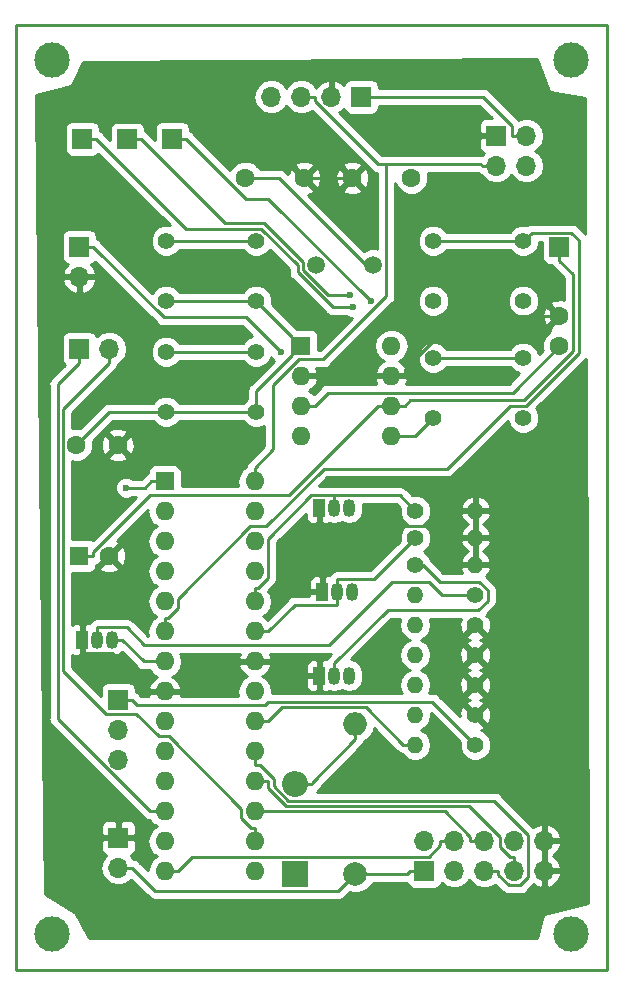
<source format=gbr>
%TF.GenerationSoftware,KiCad,Pcbnew,5.0.2-bee76a0~70~ubuntu16.04.1*%
%TF.CreationDate,2019-04-16T22:46:50+02:00*%
%TF.ProjectId,birduino-kicad,62697264-7569-46e6-9f2d-6b696361642e,rev?*%
%TF.SameCoordinates,Original*%
%TF.FileFunction,Copper,L2,Bot*%
%TF.FilePolarity,Positive*%
%FSLAX46Y46*%
G04 Gerber Fmt 4.6, Leading zero omitted, Abs format (unit mm)*
G04 Created by KiCad (PCBNEW 5.0.2-bee76a0~70~ubuntu16.04.1) date Tue 16 Apr 2019 10:46:50 PM CEST*
%MOMM*%
%LPD*%
G01*
G04 APERTURE LIST*
%ADD10C,0.250000*%
%ADD11C,3.000000*%
%ADD12R,1.700000X1.700000*%
%ADD13O,1.700000X1.700000*%
%ADD14C,1.400000*%
%ADD15O,1.400000X1.400000*%
%ADD16C,1.397000*%
%ADD17R,1.600000X1.600000*%
%ADD18O,1.600000X1.600000*%
%ADD19O,1.050000X1.500000*%
%ADD20R,1.050000X1.500000*%
%ADD21C,1.600000*%
%ADD22R,2.200000X2.200000*%
%ADD23O,2.200000X2.200000*%
%ADD24C,2.000000*%
%ADD25O,2.000000X2.000000*%
%ADD26C,1.500000*%
%ADD27C,0.600000*%
%ADD28C,0.254000*%
G04 APERTURE END LIST*
D10*
X124460000Y-72400000D02*
X174460000Y-72400000D01*
X124460000Y-72400000D02*
X124460000Y-152400000D01*
X174460000Y-72400000D02*
X174460000Y-152400000D01*
X124460000Y-152400000D02*
X174460000Y-152400000D01*
D11*
X171460000Y-149400000D03*
X127460000Y-149400000D03*
X127460000Y-75400000D03*
X171460000Y-75400000D03*
D12*
X133096000Y-129540000D03*
D13*
X133096000Y-132080000D03*
X133096000Y-134620000D03*
D12*
X133096000Y-141224000D03*
D13*
X133096000Y-143764000D03*
D12*
X159004000Y-144018000D03*
D13*
X159004000Y-141478000D03*
X161544000Y-144018000D03*
X161544000Y-141478000D03*
X164084000Y-144018000D03*
X164084000Y-141478000D03*
X166624000Y-144018000D03*
X166624000Y-141478000D03*
X169164000Y-144018000D03*
X169164000Y-141478000D03*
D12*
X153670000Y-78486000D03*
D13*
X151130000Y-78486000D03*
X148590000Y-78486000D03*
X146050000Y-78486000D03*
D14*
X163322000Y-133350000D03*
D15*
X158242000Y-133350000D03*
X158242000Y-130810000D03*
D14*
X163322000Y-130810000D03*
X163322000Y-128270000D03*
D15*
X158242000Y-128270000D03*
X158242000Y-125730000D03*
D14*
X163322000Y-125730000D03*
X163322000Y-123190000D03*
D15*
X158242000Y-123190000D03*
X158242000Y-120650000D03*
D14*
X163322000Y-120650000D03*
D16*
X144780000Y-90678000D03*
X144780000Y-95758000D03*
X137160000Y-90678000D03*
X137160000Y-95758000D03*
X137160000Y-105156000D03*
X137160000Y-100076000D03*
X144780000Y-105156000D03*
X144780000Y-100076000D03*
X167386000Y-90678000D03*
X167386000Y-95758000D03*
X159766000Y-90678000D03*
X159766000Y-95758000D03*
X159766000Y-105664000D03*
X159766000Y-100584000D03*
X167386000Y-105664000D03*
X167386000Y-100584000D03*
D17*
X137015000Y-111049000D03*
D18*
X144635000Y-144069000D03*
X137015000Y-113589000D03*
X144635000Y-141529000D03*
X137015000Y-116129000D03*
X144635000Y-138989000D03*
X137015000Y-118669000D03*
X144635000Y-136449000D03*
X137015000Y-121209000D03*
X144635000Y-133909000D03*
X137015000Y-123749000D03*
X144635000Y-131369000D03*
X137015000Y-126289000D03*
X144635000Y-128829000D03*
X137015000Y-128829000D03*
X144635000Y-126289000D03*
X137015000Y-131369000D03*
X144635000Y-123749000D03*
X137015000Y-133909000D03*
X144635000Y-121209000D03*
X137015000Y-136449000D03*
X144635000Y-118669000D03*
X137015000Y-138989000D03*
X144635000Y-116129000D03*
X137015000Y-141529000D03*
X144635000Y-113589000D03*
X137015000Y-144069000D03*
X144635000Y-111049000D03*
D19*
X151384000Y-127508000D03*
X152654000Y-127508000D03*
D20*
X150114000Y-127508000D03*
X150368000Y-120396000D03*
D19*
X152908000Y-120396000D03*
X151638000Y-120396000D03*
X151384000Y-113284000D03*
X152654000Y-113284000D03*
D20*
X150114000Y-113284000D03*
D14*
X158242000Y-118110000D03*
D15*
X163322000Y-118110000D03*
X163322000Y-115824000D03*
D14*
X158242000Y-115824000D03*
X158242000Y-113538000D03*
D15*
X163322000Y-113538000D03*
D19*
X131318000Y-124460000D03*
X132588000Y-124460000D03*
D20*
X130048000Y-124460000D03*
D12*
X137668000Y-82042000D03*
X130048000Y-82042000D03*
X133858000Y-82089000D03*
X165100000Y-81788000D03*
D13*
X167640000Y-81788000D03*
X165100000Y-84328000D03*
X167640000Y-84328000D03*
D12*
X129794000Y-91186000D03*
D13*
X129794000Y-93726000D03*
D21*
X170434000Y-99568000D03*
X170434000Y-97068000D03*
D17*
X129794000Y-117348000D03*
D21*
X132294000Y-117348000D03*
D22*
X148082000Y-144272000D03*
D23*
X148082000Y-136652000D03*
D12*
X170434000Y-91186000D03*
D24*
X153162000Y-144272000D03*
D25*
X153162000Y-131572000D03*
D17*
X148590000Y-99568000D03*
D18*
X156210000Y-107188000D03*
X148590000Y-102108000D03*
X156210000Y-104648000D03*
X148590000Y-104648000D03*
X156210000Y-102108000D03*
X148590000Y-107188000D03*
X156210000Y-99568000D03*
D21*
X129540000Y-107950000D03*
X133040000Y-107950000D03*
X143844000Y-85344000D03*
X148844000Y-85344000D03*
X157908000Y-85344000D03*
X152908000Y-85344000D03*
D26*
X154686000Y-92710000D03*
X149806000Y-92710000D03*
D12*
X129794000Y-99822000D03*
D13*
X132334000Y-99822000D03*
D27*
X133736000Y-111569000D03*
X154472000Y-95773100D03*
X152971000Y-96298600D03*
X152689000Y-95248900D03*
X146881000Y-100132000D03*
D10*
X163322000Y-133350000D02*
X159688200Y-129716200D01*
X159688200Y-129716200D02*
X145774700Y-129716200D01*
X145774700Y-129716200D02*
X145535100Y-129955800D01*
X145535100Y-129955800D02*
X134687100Y-129955800D01*
X134687100Y-129955800D02*
X134271300Y-129540000D01*
X133096000Y-129540000D02*
X134271300Y-129540000D01*
X137015000Y-111049000D02*
X135889700Y-111049000D01*
X133736000Y-111569000D02*
X135369700Y-111569000D01*
X135369700Y-111569000D02*
X135889700Y-111049000D01*
X137015000Y-128829000D02*
X135889700Y-128829000D01*
X135889700Y-128829000D02*
X132596000Y-125535300D01*
X132596000Y-125535300D02*
X130048000Y-125535300D01*
X143509700Y-126289000D02*
X140969700Y-128829000D01*
X140969700Y-128829000D02*
X137015000Y-128829000D01*
X130048000Y-124460000D02*
X130048000Y-125535300D01*
X130048000Y-124460000D02*
X130048000Y-119594000D01*
X130048000Y-119594000D02*
X132294000Y-117348000D01*
X144635000Y-126289000D02*
X145760300Y-126289000D01*
X150114000Y-127508000D02*
X146979300Y-127508000D01*
X146979300Y-127508000D02*
X145760300Y-126289000D01*
X163322000Y-130810000D02*
X169164000Y-136652000D01*
X169164000Y-136652000D02*
X169164000Y-141478000D01*
X150553400Y-114798700D02*
X150114000Y-114359300D01*
X162296700Y-115824000D02*
X161271400Y-114798700D01*
X161271400Y-114798700D02*
X150553400Y-114798700D01*
X150368000Y-120396000D02*
X150368000Y-114984100D01*
X150368000Y-114984100D02*
X150553400Y-114798700D01*
X150114000Y-113284000D02*
X150114000Y-114359300D01*
X163322000Y-115824000D02*
X162296700Y-115824000D01*
X156210000Y-102108000D02*
X157335300Y-102108000D01*
X170434000Y-97068000D02*
X161826500Y-97068000D01*
X161826500Y-97068000D02*
X157335300Y-101559200D01*
X157335300Y-101559200D02*
X157335300Y-102108000D01*
X144635000Y-126289000D02*
X143509700Y-126289000D01*
X148590000Y-102108000D02*
X156210000Y-102108000D01*
X152908000Y-85344000D02*
X148844000Y-85344000D01*
X157216700Y-133350000D02*
X154045300Y-130178600D01*
X154045300Y-130178600D02*
X146950700Y-130178600D01*
X146950700Y-130178600D02*
X145760300Y-131369000D01*
X144780000Y-95758000D02*
X137160000Y-95758000D01*
X147810900Y-99568000D02*
X147810900Y-98788900D01*
X147810900Y-98788900D02*
X144780000Y-95758000D01*
X129540000Y-107950000D02*
X132334000Y-105156000D01*
X132334000Y-105156000D02*
X137160000Y-105156000D01*
X153162000Y-144272000D02*
X151736600Y-145697400D01*
X151736600Y-145697400D02*
X136204700Y-145697400D01*
X136204700Y-145697400D02*
X134271300Y-143764000D01*
X157828700Y-144018000D02*
X157574700Y-144272000D01*
X157574700Y-144272000D02*
X153162000Y-144272000D01*
X133096000Y-143764000D02*
X134271300Y-143764000D01*
X167640000Y-81788000D02*
X166464700Y-81788000D01*
X166464700Y-81788000D02*
X166464700Y-80980000D01*
X166464700Y-80980000D02*
X163970700Y-78486000D01*
X163970700Y-78486000D02*
X153670000Y-78486000D01*
X144780000Y-105156000D02*
X144780000Y-103374100D01*
X144780000Y-103374100D02*
X147810900Y-100343200D01*
X147810900Y-100343200D02*
X147810900Y-99568000D01*
X144780000Y-105156000D02*
X137160000Y-105156000D01*
X148590000Y-99568000D02*
X147810900Y-99568000D01*
X158242000Y-133350000D02*
X157216700Y-133350000D01*
X144635000Y-131369000D02*
X145760300Y-131369000D01*
X132588000Y-124460000D02*
X133438300Y-124460000D01*
X133438300Y-124460000D02*
X135267300Y-126289000D01*
X135267300Y-126289000D02*
X137015000Y-126289000D01*
X159004000Y-144018000D02*
X157828700Y-144018000D01*
X156210000Y-107188000D02*
X158242000Y-107188000D01*
X158242000Y-107188000D02*
X159766000Y-105664000D01*
X161544000Y-141478000D02*
X160368700Y-141478000D01*
X137015000Y-144069000D02*
X138140300Y-144069000D01*
X138140300Y-144069000D02*
X139366700Y-142842600D01*
X139366700Y-142842600D02*
X159369400Y-142842600D01*
X159369400Y-142842600D02*
X160368700Y-141843300D01*
X160368700Y-141843300D02*
X160368700Y-141478000D01*
X164084000Y-144018000D02*
X165259300Y-144018000D01*
X144635000Y-133909000D02*
X144635000Y-135034300D01*
X144635000Y-135034300D02*
X145057000Y-135034300D01*
X145057000Y-135034300D02*
X146260500Y-136237800D01*
X146260500Y-136237800D02*
X146260500Y-136860700D01*
X146260500Y-136860700D02*
X147477100Y-138077300D01*
X147477100Y-138077300D02*
X164906600Y-138077300D01*
X164906600Y-138077300D02*
X167804100Y-140974800D01*
X167804100Y-140974800D02*
X167804100Y-144562200D01*
X167804100Y-144562200D02*
X167110900Y-145255400D01*
X167110900Y-145255400D02*
X166131400Y-145255400D01*
X166131400Y-145255400D02*
X165259300Y-144383300D01*
X165259300Y-144383300D02*
X165259300Y-144018000D01*
X145760300Y-138989000D02*
X160785000Y-138989000D01*
X160785000Y-138989000D02*
X162908700Y-141112700D01*
X162908700Y-141112700D02*
X162908700Y-141478000D01*
X164084000Y-141478000D02*
X162908700Y-141478000D01*
X144635000Y-138989000D02*
X145760300Y-138989000D01*
X145760300Y-136449000D02*
X145760300Y-137006300D01*
X145760300Y-137006300D02*
X147281700Y-138527700D01*
X147281700Y-138527700D02*
X162800300Y-138527700D01*
X162800300Y-138527700D02*
X165433900Y-141161300D01*
X165433900Y-141161300D02*
X165433900Y-142017900D01*
X165433900Y-142017900D02*
X166258700Y-142842700D01*
X166258700Y-142842700D02*
X166624000Y-142842700D01*
X166624000Y-144018000D02*
X166624000Y-142842700D01*
X144635000Y-136449000D02*
X145760300Y-136449000D01*
X137160000Y-90678000D02*
X144780000Y-90678000D01*
X144780000Y-100076000D02*
X137160000Y-100076000D01*
X167386000Y-90678000D02*
X159766000Y-90678000D01*
X137015000Y-122623700D02*
X137296400Y-122623700D01*
X137296400Y-122623700D02*
X138140300Y-121779800D01*
X138140300Y-121779800D02*
X138140300Y-120969900D01*
X138140300Y-120969900D02*
X144251200Y-114859000D01*
X144251200Y-114859000D02*
X145572700Y-114859000D01*
X145572700Y-114859000D02*
X150475400Y-109956300D01*
X150475400Y-109956300D02*
X160925200Y-109956300D01*
X160925200Y-109956300D02*
X166241400Y-104640100D01*
X166241400Y-104640100D02*
X167621600Y-104640100D01*
X167621600Y-104640100D02*
X172083600Y-100178100D01*
X172083600Y-100178100D02*
X172083600Y-90629500D01*
X172083600Y-90629500D02*
X171439100Y-89985000D01*
X171439100Y-89985000D02*
X168079000Y-89985000D01*
X168079000Y-89985000D02*
X167386000Y-90678000D01*
X137015000Y-123749000D02*
X137015000Y-122623700D01*
X167386000Y-100584000D02*
X159766000Y-100584000D01*
X155783900Y-84206200D02*
X155120200Y-84206200D01*
X155120200Y-84206200D02*
X149765300Y-78851300D01*
X149765300Y-78851300D02*
X149765300Y-78486000D01*
X144635000Y-109923700D02*
X146219500Y-108339200D01*
X146219500Y-108339200D02*
X146219500Y-102883500D01*
X146219500Y-102883500D02*
X148409600Y-100693400D01*
X148409600Y-100693400D02*
X150454700Y-100693400D01*
X150454700Y-100693400D02*
X155783900Y-95364200D01*
X155783900Y-95364200D02*
X155783900Y-84206200D01*
X163924700Y-84328000D02*
X163802900Y-84206200D01*
X163802900Y-84206200D02*
X155783900Y-84206200D01*
X144635000Y-111049000D02*
X144635000Y-109923700D01*
X148590000Y-78486000D02*
X149765300Y-78486000D01*
X165100000Y-84328000D02*
X163924700Y-84328000D01*
X131318000Y-124460000D02*
X131318000Y-123384700D01*
X131318000Y-123384700D02*
X133804200Y-123384700D01*
X133804200Y-123384700D02*
X135298000Y-124878500D01*
X135298000Y-124878500D02*
X150968600Y-124878500D01*
X150968600Y-124878500D02*
X156241800Y-119605300D01*
X156241800Y-119605300D02*
X159419000Y-119605300D01*
X159419000Y-119605300D02*
X160463700Y-120650000D01*
X160463700Y-120650000D02*
X163322000Y-120650000D01*
X151384000Y-126432700D02*
X155896700Y-121920000D01*
X155896700Y-121920000D02*
X163586500Y-121920000D01*
X163586500Y-121920000D02*
X164365100Y-121141400D01*
X164365100Y-121141400D02*
X164365100Y-120243000D01*
X164365100Y-120243000D02*
X163661400Y-119539300D01*
X163661400Y-119539300D02*
X160308300Y-119539300D01*
X160308300Y-119539300D02*
X158879000Y-118110000D01*
X158879000Y-118110000D02*
X158242000Y-118110000D01*
X151384000Y-127508000D02*
X151384000Y-126432700D01*
X151638000Y-120396000D02*
X151638000Y-119320700D01*
X151638000Y-119320700D02*
X154745300Y-119320700D01*
X154745300Y-119320700D02*
X158242000Y-115824000D01*
X151638000Y-120476400D02*
X151638000Y-120396000D01*
X151638000Y-120476400D02*
X151638000Y-121471300D01*
X144635000Y-123749000D02*
X145760300Y-123749000D01*
X151638000Y-121471300D02*
X148038000Y-121471300D01*
X148038000Y-121471300D02*
X145760300Y-123749000D01*
X144635000Y-121209000D02*
X144635000Y-120083700D01*
X144635000Y-120083700D02*
X144916400Y-120083700D01*
X144916400Y-120083700D02*
X145760300Y-119239800D01*
X145760300Y-119239800D02*
X145760300Y-115896000D01*
X145760300Y-115896000D02*
X149447600Y-112208700D01*
X149447600Y-112208700D02*
X151384000Y-112208700D01*
X151384000Y-113284000D02*
X151384000Y-112208700D01*
X151384000Y-112208700D02*
X156912700Y-112208700D01*
X156912700Y-112208700D02*
X158242000Y-113538000D01*
X137668000Y-82042000D02*
X138843300Y-82042000D01*
X154472000Y-95773100D02*
X145803000Y-87104100D01*
X145803000Y-87104100D02*
X143905400Y-87104100D01*
X143905400Y-87104100D02*
X138843300Y-82042000D01*
X131223300Y-82042000D02*
X138835400Y-89654100D01*
X138835400Y-89654100D02*
X145204300Y-89654100D01*
X145204300Y-89654100D02*
X148280400Y-92730200D01*
X148280400Y-92730200D02*
X148280400Y-93342000D01*
X148280400Y-93342000D02*
X151237000Y-96298600D01*
X151237000Y-96298600D02*
X152971000Y-96298600D01*
X130048000Y-82042000D02*
X131223300Y-82042000D01*
X135033300Y-82089000D02*
X142111100Y-89166800D01*
X142111100Y-89166800D02*
X145410300Y-89166800D01*
X145410300Y-89166800D02*
X148730700Y-92487200D01*
X148730700Y-92487200D02*
X148730700Y-93155400D01*
X148730700Y-93155400D02*
X150824200Y-95248900D01*
X150824200Y-95248900D02*
X152689000Y-95248900D01*
X133858000Y-82089000D02*
X135033300Y-82089000D01*
X129794000Y-91186000D02*
X130969300Y-91186000D01*
X146881000Y-100132000D02*
X143898600Y-97149600D01*
X143898600Y-97149600D02*
X136932900Y-97149600D01*
X136932900Y-97149600D02*
X130969300Y-91186000D01*
X129794000Y-99822000D02*
X129794000Y-100997300D01*
X137015000Y-138989000D02*
X135794500Y-138989000D01*
X135794500Y-138989000D02*
X127951900Y-131146400D01*
X127951900Y-131146400D02*
X127951900Y-102839400D01*
X127951900Y-102839400D02*
X129794000Y-100997300D01*
X148590000Y-104648000D02*
X149715300Y-104648000D01*
X149715300Y-104648000D02*
X150840600Y-103522700D01*
X150840600Y-103522700D02*
X166479300Y-103522700D01*
X166479300Y-103522700D02*
X170434000Y-99568000D01*
X155084700Y-104648000D02*
X147524100Y-112208600D01*
X147524100Y-112208600D02*
X135777400Y-112208600D01*
X135777400Y-112208600D02*
X130919300Y-117066700D01*
X130919300Y-117066700D02*
X130919300Y-117348000D01*
X170434000Y-92361300D02*
X171599900Y-93527200D01*
X171599900Y-93527200D02*
X171599900Y-100024900D01*
X171599900Y-100024900D02*
X167435000Y-104189800D01*
X167435000Y-104189800D02*
X157793500Y-104189800D01*
X157793500Y-104189800D02*
X157335300Y-104648000D01*
X156210000Y-104648000D02*
X155084700Y-104648000D01*
X129794000Y-117348000D02*
X130919300Y-117348000D01*
X170434000Y-91186000D02*
X170434000Y-92361300D01*
X156210000Y-104648000D02*
X157335300Y-104648000D01*
X148082000Y-136652000D02*
X149507300Y-136652000D01*
X153162000Y-131572000D02*
X153162000Y-132897300D01*
X153162000Y-132897300D02*
X149507300Y-136552000D01*
X149507300Y-136552000D02*
X149507300Y-136652000D01*
X154686000Y-92710000D02*
X154031400Y-92710000D01*
X154031400Y-92710000D02*
X146665400Y-85344000D01*
X146665400Y-85344000D02*
X143844000Y-85344000D01*
X132334000Y-99822000D02*
X132334000Y-100997300D01*
X144635000Y-141529000D02*
X144635000Y-140403700D01*
X144635000Y-140403700D02*
X144353600Y-140403700D01*
X144353600Y-140403700D02*
X143509700Y-139559800D01*
X143509700Y-139559800D02*
X143509700Y-138755900D01*
X143509700Y-138755900D02*
X137392800Y-132639000D01*
X137392800Y-132639000D02*
X136536700Y-132639000D01*
X136536700Y-132639000D02*
X134613100Y-130715400D01*
X134613100Y-130715400D02*
X132059200Y-130715400D01*
X132059200Y-130715400D02*
X128402300Y-127058500D01*
X128402300Y-127058500D02*
X128402300Y-104929000D01*
X128402300Y-104929000D02*
X132334000Y-100997300D01*
D28*
G36*
X169552646Y-78021401D02*
X169578340Y-78063772D01*
X169618294Y-78093085D01*
X169651121Y-78103272D01*
X172593399Y-78593652D01*
X172636131Y-90088458D01*
X172631529Y-90081571D01*
X172568073Y-90039171D01*
X172029431Y-89500530D01*
X171987029Y-89437071D01*
X171735637Y-89269096D01*
X171513952Y-89225000D01*
X171513947Y-89225000D01*
X171439100Y-89210112D01*
X171364253Y-89225000D01*
X168153847Y-89225000D01*
X168079000Y-89210112D01*
X168004153Y-89225000D01*
X168004148Y-89225000D01*
X167782463Y-89269096D01*
X167662586Y-89349195D01*
X167651250Y-89344500D01*
X167120750Y-89344500D01*
X166630633Y-89547513D01*
X166260146Y-89918000D01*
X160891854Y-89918000D01*
X160521367Y-89547513D01*
X160031250Y-89344500D01*
X159500750Y-89344500D01*
X159010633Y-89547513D01*
X158635513Y-89922633D01*
X158432500Y-90412750D01*
X158432500Y-90943250D01*
X158635513Y-91433367D01*
X159010633Y-91808487D01*
X159500750Y-92011500D01*
X160031250Y-92011500D01*
X160521367Y-91808487D01*
X160891854Y-91438000D01*
X166260146Y-91438000D01*
X166630633Y-91808487D01*
X167120750Y-92011500D01*
X167651250Y-92011500D01*
X168141367Y-91808487D01*
X168516487Y-91433367D01*
X168719500Y-90943250D01*
X168719500Y-90745000D01*
X168936560Y-90745000D01*
X168936560Y-92036000D01*
X168985843Y-92283765D01*
X169126191Y-92493809D01*
X169336235Y-92634157D01*
X169584000Y-92683440D01*
X169735204Y-92683440D01*
X169781223Y-92752311D01*
X169886072Y-92909229D01*
X169949528Y-92951629D01*
X170839900Y-93842002D01*
X170839900Y-95689013D01*
X170650777Y-95621035D01*
X170080546Y-95648222D01*
X169679995Y-95814136D01*
X169605861Y-96060255D01*
X170434000Y-96888395D01*
X170448142Y-96874252D01*
X170627748Y-97053858D01*
X170613605Y-97068000D01*
X170627748Y-97082142D01*
X170448143Y-97261748D01*
X170434000Y-97247605D01*
X169605861Y-98075745D01*
X169679995Y-98321864D01*
X169686746Y-98324290D01*
X169621138Y-98351466D01*
X169217466Y-98755138D01*
X168999000Y-99282561D01*
X168999000Y-99853439D01*
X169020896Y-99906301D01*
X168686974Y-100240224D01*
X168516487Y-99828633D01*
X168141367Y-99453513D01*
X167651250Y-99250500D01*
X167120750Y-99250500D01*
X166630633Y-99453513D01*
X166260146Y-99824000D01*
X160891854Y-99824000D01*
X160521367Y-99453513D01*
X160031250Y-99250500D01*
X159500750Y-99250500D01*
X159010633Y-99453513D01*
X158635513Y-99828633D01*
X158432500Y-100318750D01*
X158432500Y-100849250D01*
X158635513Y-101339367D01*
X159010633Y-101714487D01*
X159500750Y-101917500D01*
X160031250Y-101917500D01*
X160521367Y-101714487D01*
X160891854Y-101344000D01*
X166260146Y-101344000D01*
X166630633Y-101714487D01*
X167042225Y-101884974D01*
X166164499Y-102762700D01*
X157475304Y-102762700D01*
X157601904Y-102457039D01*
X157479915Y-102235000D01*
X156337000Y-102235000D01*
X156337000Y-102255000D01*
X156083000Y-102255000D01*
X156083000Y-102235000D01*
X154940085Y-102235000D01*
X154818096Y-102457039D01*
X154944696Y-102762700D01*
X150915448Y-102762700D01*
X150840600Y-102747812D01*
X150765752Y-102762700D01*
X150765748Y-102762700D01*
X150544063Y-102806796D01*
X150292671Y-102974771D01*
X150250271Y-103038227D01*
X149644804Y-103643695D01*
X149624577Y-103613423D01*
X149240892Y-103357053D01*
X149445134Y-103260389D01*
X149821041Y-102845423D01*
X149981904Y-102457039D01*
X149859915Y-102235000D01*
X148717000Y-102235000D01*
X148717000Y-102255000D01*
X148463000Y-102255000D01*
X148463000Y-102235000D01*
X148443000Y-102235000D01*
X148443000Y-101981000D01*
X148463000Y-101981000D01*
X148463000Y-101961000D01*
X148717000Y-101961000D01*
X148717000Y-101981000D01*
X149859915Y-101981000D01*
X149981904Y-101758961D01*
X149855345Y-101453400D01*
X150379853Y-101453400D01*
X150454700Y-101468288D01*
X150529547Y-101453400D01*
X150529552Y-101453400D01*
X150751237Y-101409304D01*
X151002629Y-101241329D01*
X151045031Y-101177870D01*
X152654901Y-99568000D01*
X154746887Y-99568000D01*
X154858260Y-100127909D01*
X155175423Y-100602577D01*
X155559108Y-100858947D01*
X155354866Y-100955611D01*
X154978959Y-101370577D01*
X154818096Y-101758961D01*
X154940085Y-101981000D01*
X156083000Y-101981000D01*
X156083000Y-101961000D01*
X156337000Y-101961000D01*
X156337000Y-101981000D01*
X157479915Y-101981000D01*
X157601904Y-101758961D01*
X157441041Y-101370577D01*
X157065134Y-100955611D01*
X156860892Y-100858947D01*
X157244577Y-100602577D01*
X157561740Y-100127909D01*
X157673113Y-99568000D01*
X157561740Y-99008091D01*
X157244577Y-98533423D01*
X156769909Y-98216260D01*
X156351333Y-98133000D01*
X156068667Y-98133000D01*
X155650091Y-98216260D01*
X155175423Y-98533423D01*
X154858260Y-99008091D01*
X154746887Y-99568000D01*
X152654901Y-99568000D01*
X156268373Y-95954529D01*
X156331829Y-95912129D01*
X156499804Y-95660737D01*
X156533218Y-95492750D01*
X158432500Y-95492750D01*
X158432500Y-96023250D01*
X158635513Y-96513367D01*
X159010633Y-96888487D01*
X159500750Y-97091500D01*
X160031250Y-97091500D01*
X160521367Y-96888487D01*
X160896487Y-96513367D01*
X161099500Y-96023250D01*
X161099500Y-95492750D01*
X166052500Y-95492750D01*
X166052500Y-96023250D01*
X166255513Y-96513367D01*
X166630633Y-96888487D01*
X167120750Y-97091500D01*
X167651250Y-97091500D01*
X168141367Y-96888487D01*
X168178631Y-96851223D01*
X168987035Y-96851223D01*
X169014222Y-97421454D01*
X169180136Y-97822005D01*
X169426255Y-97896139D01*
X170254395Y-97068000D01*
X169426255Y-96239861D01*
X169180136Y-96313995D01*
X168987035Y-96851223D01*
X168178631Y-96851223D01*
X168516487Y-96513367D01*
X168719500Y-96023250D01*
X168719500Y-95492750D01*
X168516487Y-95002633D01*
X168141367Y-94627513D01*
X167651250Y-94424500D01*
X167120750Y-94424500D01*
X166630633Y-94627513D01*
X166255513Y-95002633D01*
X166052500Y-95492750D01*
X161099500Y-95492750D01*
X160896487Y-95002633D01*
X160521367Y-94627513D01*
X160031250Y-94424500D01*
X159500750Y-94424500D01*
X159010633Y-94627513D01*
X158635513Y-95002633D01*
X158432500Y-95492750D01*
X156533218Y-95492750D01*
X156543900Y-95439052D01*
X156543900Y-95439047D01*
X156558788Y-95364200D01*
X156543900Y-95289353D01*
X156543900Y-85800607D01*
X156691466Y-86156862D01*
X157095138Y-86560534D01*
X157622561Y-86779000D01*
X158193439Y-86779000D01*
X158720862Y-86560534D01*
X159124534Y-86156862D01*
X159343000Y-85629439D01*
X159343000Y-85058561D01*
X159304743Y-84966200D01*
X163511871Y-84966200D01*
X163628163Y-85043904D01*
X163817526Y-85081571D01*
X164029375Y-85398625D01*
X164520582Y-85726839D01*
X164953744Y-85813000D01*
X165246256Y-85813000D01*
X165679418Y-85726839D01*
X166170625Y-85398625D01*
X166370000Y-85100239D01*
X166569375Y-85398625D01*
X167060582Y-85726839D01*
X167493744Y-85813000D01*
X167786256Y-85813000D01*
X168219418Y-85726839D01*
X168710625Y-85398625D01*
X169038839Y-84907418D01*
X169154092Y-84328000D01*
X169038839Y-83748582D01*
X168710625Y-83257375D01*
X168412239Y-83058000D01*
X168710625Y-82858625D01*
X169038839Y-82367418D01*
X169154092Y-81788000D01*
X169038839Y-81208582D01*
X168710625Y-80717375D01*
X168219418Y-80389161D01*
X167786256Y-80303000D01*
X167493744Y-80303000D01*
X167060582Y-80389161D01*
X167004496Y-80426637D01*
X166949173Y-80389671D01*
X164561031Y-78001530D01*
X164518629Y-77938071D01*
X164267237Y-77770096D01*
X164045552Y-77726000D01*
X164045547Y-77726000D01*
X163970700Y-77711112D01*
X163895853Y-77726000D01*
X155167440Y-77726000D01*
X155167440Y-77636000D01*
X155118157Y-77388235D01*
X154977809Y-77178191D01*
X154767765Y-77037843D01*
X154520000Y-76988560D01*
X152820000Y-76988560D01*
X152572235Y-77037843D01*
X152362191Y-77178191D01*
X152221843Y-77388235D01*
X152201261Y-77491708D01*
X151896924Y-77214355D01*
X151486890Y-77044524D01*
X151257000Y-77165845D01*
X151257000Y-78359000D01*
X151277000Y-78359000D01*
X151277000Y-78613000D01*
X151257000Y-78613000D01*
X151257000Y-78633000D01*
X151003000Y-78633000D01*
X151003000Y-78613000D01*
X150983000Y-78613000D01*
X150983000Y-78359000D01*
X151003000Y-78359000D01*
X151003000Y-77165845D01*
X150773110Y-77044524D01*
X150363076Y-77214355D01*
X149934817Y-77604642D01*
X149874606Y-77732853D01*
X149872474Y-77732429D01*
X149660625Y-77415375D01*
X149169418Y-77087161D01*
X148736256Y-77001000D01*
X148443744Y-77001000D01*
X148010582Y-77087161D01*
X147519375Y-77415375D01*
X147320000Y-77713761D01*
X147120625Y-77415375D01*
X146629418Y-77087161D01*
X146196256Y-77001000D01*
X145903744Y-77001000D01*
X145470582Y-77087161D01*
X144979375Y-77415375D01*
X144651161Y-77906582D01*
X144535908Y-78486000D01*
X144651161Y-79065418D01*
X144979375Y-79556625D01*
X145470582Y-79884839D01*
X145903744Y-79971000D01*
X146196256Y-79971000D01*
X146629418Y-79884839D01*
X147120625Y-79556625D01*
X147320000Y-79258239D01*
X147519375Y-79556625D01*
X148010582Y-79884839D01*
X148443744Y-79971000D01*
X148736256Y-79971000D01*
X149169418Y-79884839D01*
X149501888Y-79662689D01*
X154529870Y-84690672D01*
X154572271Y-84754129D01*
X154823663Y-84922104D01*
X155023901Y-84961934D01*
X155023900Y-91350849D01*
X154961494Y-91325000D01*
X154410506Y-91325000D01*
X153923094Y-91526892D01*
X149161685Y-86765483D01*
X149197454Y-86763778D01*
X149598005Y-86597864D01*
X149672139Y-86351745D01*
X152079861Y-86351745D01*
X152153995Y-86597864D01*
X152691223Y-86790965D01*
X153261454Y-86763778D01*
X153662005Y-86597864D01*
X153736139Y-86351745D01*
X152908000Y-85523605D01*
X152079861Y-86351745D01*
X149672139Y-86351745D01*
X148844000Y-85523605D01*
X148829858Y-85537748D01*
X148650253Y-85358143D01*
X148664395Y-85344000D01*
X149023605Y-85344000D01*
X149851745Y-86172139D01*
X150097864Y-86098005D01*
X150290965Y-85560777D01*
X150270295Y-85127223D01*
X151461035Y-85127223D01*
X151488222Y-85697454D01*
X151654136Y-86098005D01*
X151900255Y-86172139D01*
X152728395Y-85344000D01*
X153087605Y-85344000D01*
X153915745Y-86172139D01*
X154161864Y-86098005D01*
X154354965Y-85560777D01*
X154327778Y-84990546D01*
X154161864Y-84589995D01*
X153915745Y-84515861D01*
X153087605Y-85344000D01*
X152728395Y-85344000D01*
X151900255Y-84515861D01*
X151654136Y-84589995D01*
X151461035Y-85127223D01*
X150270295Y-85127223D01*
X150263778Y-84990546D01*
X150097864Y-84589995D01*
X149851745Y-84515861D01*
X149023605Y-85344000D01*
X148664395Y-85344000D01*
X147836255Y-84515861D01*
X147590136Y-84589995D01*
X147430453Y-85034252D01*
X147255731Y-84859530D01*
X147213329Y-84796071D01*
X146961937Y-84628096D01*
X146740252Y-84584000D01*
X146740247Y-84584000D01*
X146665400Y-84569112D01*
X146590553Y-84584000D01*
X145082430Y-84584000D01*
X145060534Y-84531138D01*
X144865651Y-84336255D01*
X148015861Y-84336255D01*
X148844000Y-85164395D01*
X149672139Y-84336255D01*
X152079861Y-84336255D01*
X152908000Y-85164395D01*
X153736139Y-84336255D01*
X153662005Y-84090136D01*
X153124777Y-83897035D01*
X152554546Y-83924222D01*
X152153995Y-84090136D01*
X152079861Y-84336255D01*
X149672139Y-84336255D01*
X149598005Y-84090136D01*
X149060777Y-83897035D01*
X148490546Y-83924222D01*
X148089995Y-84090136D01*
X148015861Y-84336255D01*
X144865651Y-84336255D01*
X144656862Y-84127466D01*
X144129439Y-83909000D01*
X143558561Y-83909000D01*
X143031138Y-84127466D01*
X142627466Y-84531138D01*
X142562963Y-84686861D01*
X139433631Y-81557530D01*
X139391229Y-81494071D01*
X139165440Y-81343203D01*
X139165440Y-81192000D01*
X139116157Y-80944235D01*
X138975809Y-80734191D01*
X138765765Y-80593843D01*
X138518000Y-80544560D01*
X136818000Y-80544560D01*
X136570235Y-80593843D01*
X136360191Y-80734191D01*
X136219843Y-80944235D01*
X136170560Y-81192000D01*
X136170560Y-82151459D01*
X135623631Y-81604530D01*
X135581229Y-81541071D01*
X135355440Y-81390203D01*
X135355440Y-81239000D01*
X135306157Y-80991235D01*
X135165809Y-80781191D01*
X134955765Y-80640843D01*
X134708000Y-80591560D01*
X133008000Y-80591560D01*
X132760235Y-80640843D01*
X132550191Y-80781191D01*
X132409843Y-80991235D01*
X132360560Y-81239000D01*
X132360560Y-82104459D01*
X131813631Y-81557530D01*
X131771229Y-81494071D01*
X131545440Y-81343203D01*
X131545440Y-81192000D01*
X131496157Y-80944235D01*
X131355809Y-80734191D01*
X131145765Y-80593843D01*
X130898000Y-80544560D01*
X129198000Y-80544560D01*
X128950235Y-80593843D01*
X128740191Y-80734191D01*
X128599843Y-80944235D01*
X128550560Y-81192000D01*
X128550560Y-82892000D01*
X128599843Y-83139765D01*
X128740191Y-83349809D01*
X128950235Y-83490157D01*
X129198000Y-83539440D01*
X130898000Y-83539440D01*
X131145765Y-83490157D01*
X131355809Y-83349809D01*
X131396063Y-83289564D01*
X137469205Y-89362707D01*
X137425250Y-89344500D01*
X136894750Y-89344500D01*
X136404633Y-89547513D01*
X136029513Y-89922633D01*
X135826500Y-90412750D01*
X135826500Y-90943250D01*
X136029513Y-91433367D01*
X136404633Y-91808487D01*
X136894750Y-92011500D01*
X137425250Y-92011500D01*
X137915367Y-91808487D01*
X138285854Y-91438000D01*
X143654146Y-91438000D01*
X144024633Y-91808487D01*
X144514750Y-92011500D01*
X145045250Y-92011500D01*
X145535367Y-91808487D01*
X145909626Y-91434228D01*
X147520400Y-93045003D01*
X147520400Y-93267153D01*
X147505512Y-93342000D01*
X147520400Y-93416847D01*
X147520400Y-93416852D01*
X147564496Y-93638537D01*
X147732472Y-93889929D01*
X147795928Y-93932329D01*
X150646671Y-96783073D01*
X150689071Y-96846529D01*
X150752527Y-96888929D01*
X150940462Y-97014504D01*
X150988605Y-97024080D01*
X151162148Y-97058600D01*
X151162152Y-97058600D01*
X151237000Y-97073488D01*
X151311848Y-97058600D01*
X152408710Y-97058600D01*
X152441365Y-97091255D01*
X152785017Y-97233600D01*
X152839698Y-97233600D01*
X150139899Y-99933400D01*
X150037440Y-99933400D01*
X150037440Y-98768000D01*
X149988157Y-98520235D01*
X149847809Y-98310191D01*
X149637765Y-98169843D01*
X149390000Y-98120560D01*
X148217362Y-98120560D01*
X146113500Y-96016699D01*
X146113500Y-95492750D01*
X145910487Y-95002633D01*
X145535367Y-94627513D01*
X145045250Y-94424500D01*
X144514750Y-94424500D01*
X144024633Y-94627513D01*
X143654146Y-94998000D01*
X138285854Y-94998000D01*
X137915367Y-94627513D01*
X137425250Y-94424500D01*
X136894750Y-94424500D01*
X136404633Y-94627513D01*
X136029513Y-95002633D01*
X135980079Y-95121977D01*
X131559631Y-90701530D01*
X131517229Y-90638071D01*
X131291440Y-90487203D01*
X131291440Y-90336000D01*
X131242157Y-90088235D01*
X131101809Y-89878191D01*
X130891765Y-89737843D01*
X130644000Y-89688560D01*
X128944000Y-89688560D01*
X128696235Y-89737843D01*
X128486191Y-89878191D01*
X128345843Y-90088235D01*
X128296560Y-90336000D01*
X128296560Y-92036000D01*
X128345843Y-92283765D01*
X128486191Y-92493809D01*
X128696235Y-92634157D01*
X128799708Y-92654739D01*
X128522355Y-92959076D01*
X128352524Y-93369110D01*
X128473845Y-93599000D01*
X129667000Y-93599000D01*
X129667000Y-93579000D01*
X129921000Y-93579000D01*
X129921000Y-93599000D01*
X131114155Y-93599000D01*
X131235476Y-93369110D01*
X131065645Y-92959076D01*
X130788292Y-92654739D01*
X130891765Y-92634157D01*
X131101809Y-92493809D01*
X131142063Y-92433565D01*
X136342570Y-97634072D01*
X136384971Y-97697529D01*
X136636363Y-97865504D01*
X136858048Y-97909600D01*
X136858052Y-97909600D01*
X136932899Y-97924488D01*
X137007746Y-97909600D01*
X143583799Y-97909600D01*
X144445417Y-98771219D01*
X144024633Y-98945513D01*
X143654146Y-99316000D01*
X138285854Y-99316000D01*
X137915367Y-98945513D01*
X137425250Y-98742500D01*
X136894750Y-98742500D01*
X136404633Y-98945513D01*
X136029513Y-99320633D01*
X135826500Y-99810750D01*
X135826500Y-100341250D01*
X136029513Y-100831367D01*
X136404633Y-101206487D01*
X136894750Y-101409500D01*
X137425250Y-101409500D01*
X137915367Y-101206487D01*
X138285854Y-100836000D01*
X143654146Y-100836000D01*
X144024633Y-101206487D01*
X144514750Y-101409500D01*
X145045250Y-101409500D01*
X145535367Y-101206487D01*
X145910487Y-100831367D01*
X146034569Y-100531807D01*
X146088345Y-100661635D01*
X146253004Y-100826294D01*
X144295528Y-102783771D01*
X144232072Y-102826171D01*
X144189672Y-102889627D01*
X144189671Y-102889628D01*
X144064097Y-103077563D01*
X144005112Y-103374100D01*
X144020001Y-103448952D01*
X144020001Y-104030145D01*
X143654146Y-104396000D01*
X138285854Y-104396000D01*
X137915367Y-104025513D01*
X137425250Y-103822500D01*
X136894750Y-103822500D01*
X136404633Y-104025513D01*
X136034146Y-104396000D01*
X132408848Y-104396000D01*
X132334000Y-104381112D01*
X132259152Y-104396000D01*
X132259148Y-104396000D01*
X132085605Y-104430520D01*
X132037462Y-104440096D01*
X131897655Y-104533513D01*
X131786071Y-104608071D01*
X131743671Y-104671527D01*
X129878302Y-106536897D01*
X129825439Y-106515000D01*
X129254561Y-106515000D01*
X129162300Y-106553216D01*
X129162300Y-105243801D01*
X132818476Y-101587627D01*
X132881929Y-101545229D01*
X132924327Y-101481776D01*
X132924329Y-101481774D01*
X133019482Y-101339367D01*
X133049904Y-101293837D01*
X133087571Y-101104474D01*
X133404625Y-100892625D01*
X133732839Y-100401418D01*
X133848092Y-99822000D01*
X133732839Y-99242582D01*
X133404625Y-98751375D01*
X132913418Y-98423161D01*
X132480256Y-98337000D01*
X132187744Y-98337000D01*
X131754582Y-98423161D01*
X131263375Y-98751375D01*
X131251184Y-98769619D01*
X131242157Y-98724235D01*
X131101809Y-98514191D01*
X130891765Y-98373843D01*
X130644000Y-98324560D01*
X128944000Y-98324560D01*
X128696235Y-98373843D01*
X128486191Y-98514191D01*
X128345843Y-98724235D01*
X128296560Y-98972000D01*
X128296560Y-100672000D01*
X128345843Y-100919765D01*
X128486191Y-101129809D01*
X128546435Y-101170063D01*
X127467428Y-102249071D01*
X127403972Y-102291471D01*
X127361572Y-102354927D01*
X127361571Y-102354928D01*
X127235997Y-102542863D01*
X127177012Y-102839400D01*
X127191901Y-102914252D01*
X127191900Y-131071553D01*
X127177012Y-131146400D01*
X127191900Y-131221247D01*
X127191900Y-131221251D01*
X127235996Y-131442936D01*
X127403971Y-131694329D01*
X127467430Y-131736731D01*
X135204170Y-139473472D01*
X135246571Y-139536929D01*
X135497963Y-139704904D01*
X135719648Y-139749000D01*
X135719652Y-139749000D01*
X135794499Y-139763888D01*
X135805449Y-139761710D01*
X135980423Y-140023577D01*
X136332758Y-140259000D01*
X135980423Y-140494423D01*
X135663260Y-140969091D01*
X135551887Y-141529000D01*
X135663260Y-142088909D01*
X135980423Y-142563577D01*
X136332758Y-142799000D01*
X135980423Y-143034423D01*
X135663260Y-143509091D01*
X135568348Y-143986246D01*
X134861631Y-143279530D01*
X134819229Y-143216071D01*
X134567837Y-143048096D01*
X134378474Y-143010429D01*
X134166625Y-142693375D01*
X134144967Y-142678904D01*
X134305698Y-142612327D01*
X134484327Y-142433699D01*
X134581000Y-142200310D01*
X134581000Y-141509750D01*
X134422250Y-141351000D01*
X133223000Y-141351000D01*
X133223000Y-141371000D01*
X132969000Y-141371000D01*
X132969000Y-141351000D01*
X131769750Y-141351000D01*
X131611000Y-141509750D01*
X131611000Y-142200310D01*
X131707673Y-142433699D01*
X131886302Y-142612327D01*
X132047033Y-142678904D01*
X132025375Y-142693375D01*
X131697161Y-143184582D01*
X131581908Y-143764000D01*
X131697161Y-144343418D01*
X132025375Y-144834625D01*
X132516582Y-145162839D01*
X132949744Y-145249000D01*
X133242256Y-145249000D01*
X133675418Y-145162839D01*
X134166625Y-144834625D01*
X134206879Y-144774380D01*
X135614371Y-146181873D01*
X135656771Y-146245329D01*
X135908163Y-146413304D01*
X136129848Y-146457400D01*
X136129852Y-146457400D01*
X136204700Y-146472288D01*
X136279548Y-146457400D01*
X151661753Y-146457400D01*
X151736600Y-146472288D01*
X151811447Y-146457400D01*
X151811452Y-146457400D01*
X152033137Y-146413304D01*
X152284529Y-146245329D01*
X152326931Y-146181870D01*
X152670624Y-145838177D01*
X152836778Y-145907000D01*
X153487222Y-145907000D01*
X154088153Y-145658086D01*
X154548086Y-145198153D01*
X154616909Y-145032000D01*
X157499853Y-145032000D01*
X157540801Y-145040145D01*
X157555843Y-145115765D01*
X157696191Y-145325809D01*
X157906235Y-145466157D01*
X158154000Y-145515440D01*
X159854000Y-145515440D01*
X160101765Y-145466157D01*
X160311809Y-145325809D01*
X160452157Y-145115765D01*
X160461184Y-145070381D01*
X160473375Y-145088625D01*
X160964582Y-145416839D01*
X161397744Y-145503000D01*
X161690256Y-145503000D01*
X162123418Y-145416839D01*
X162614625Y-145088625D01*
X162814000Y-144790239D01*
X163013375Y-145088625D01*
X163504582Y-145416839D01*
X163937744Y-145503000D01*
X164230256Y-145503000D01*
X164663418Y-145416839D01*
X164995888Y-145194690D01*
X165541071Y-145739873D01*
X165583471Y-145803329D01*
X165646927Y-145845729D01*
X165834862Y-145971304D01*
X165883005Y-145980880D01*
X166056548Y-146015400D01*
X166056552Y-146015400D01*
X166131400Y-146030288D01*
X166206248Y-146015400D01*
X167036053Y-146015400D01*
X167110900Y-146030288D01*
X167185747Y-146015400D01*
X167185752Y-146015400D01*
X167407437Y-145971304D01*
X167658829Y-145803329D01*
X167701231Y-145739870D01*
X168268569Y-145172533D01*
X168397076Y-145289645D01*
X168807110Y-145459476D01*
X169037000Y-145338155D01*
X169037000Y-144145000D01*
X169291000Y-144145000D01*
X169291000Y-145338155D01*
X169520890Y-145459476D01*
X169930924Y-145289645D01*
X170359183Y-144899358D01*
X170605486Y-144374892D01*
X170484819Y-144145000D01*
X169291000Y-144145000D01*
X169037000Y-144145000D01*
X169017000Y-144145000D01*
X169017000Y-143891000D01*
X169037000Y-143891000D01*
X169037000Y-141605000D01*
X169291000Y-141605000D01*
X169291000Y-143891000D01*
X170484819Y-143891000D01*
X170605486Y-143661108D01*
X170359183Y-143136642D01*
X169932729Y-142748000D01*
X170359183Y-142359358D01*
X170605486Y-141834892D01*
X170484819Y-141605000D01*
X169291000Y-141605000D01*
X169037000Y-141605000D01*
X169017000Y-141605000D01*
X169017000Y-141351000D01*
X169037000Y-141351000D01*
X169037000Y-140157845D01*
X169291000Y-140157845D01*
X169291000Y-141351000D01*
X170484819Y-141351000D01*
X170605486Y-141121108D01*
X170359183Y-140596642D01*
X169930924Y-140206355D01*
X169520890Y-140036524D01*
X169291000Y-140157845D01*
X169037000Y-140157845D01*
X168807110Y-140036524D01*
X168397076Y-140206355D01*
X168247118Y-140343016D01*
X165496931Y-137592830D01*
X165454529Y-137529371D01*
X165203137Y-137361396D01*
X164981452Y-137317300D01*
X164981447Y-137317300D01*
X164906600Y-137302412D01*
X164831753Y-137317300D01*
X149879571Y-137317300D01*
X150055229Y-137199929D01*
X150134593Y-137081152D01*
X150223204Y-136948537D01*
X150232550Y-136901551D01*
X153646476Y-133487627D01*
X153709929Y-133445229D01*
X153752327Y-133381776D01*
X153752329Y-133381774D01*
X153854189Y-133229329D01*
X153877904Y-133193837D01*
X153908596Y-133039538D01*
X154340769Y-132750769D01*
X154702136Y-132209945D01*
X154751861Y-131959962D01*
X156626371Y-133834473D01*
X156668771Y-133897929D01*
X156920163Y-134065904D01*
X157141848Y-134110000D01*
X157141853Y-134110000D01*
X157144589Y-134110544D01*
X157279519Y-134312481D01*
X157721109Y-134607542D01*
X158110515Y-134685000D01*
X158373485Y-134685000D01*
X158762891Y-134607542D01*
X159204481Y-134312481D01*
X159499542Y-133870891D01*
X159603154Y-133350000D01*
X159499542Y-132829109D01*
X159204481Y-132387519D01*
X158762891Y-132092458D01*
X158700261Y-132080000D01*
X158762891Y-132067542D01*
X159204481Y-131772481D01*
X159499542Y-131330891D01*
X159603154Y-130810000D01*
X159577319Y-130680120D01*
X161987000Y-133089802D01*
X161987000Y-133615548D01*
X162190242Y-134106217D01*
X162565783Y-134481758D01*
X163056452Y-134685000D01*
X163587548Y-134685000D01*
X164078217Y-134481758D01*
X164453758Y-134106217D01*
X164657000Y-133615548D01*
X164657000Y-133084452D01*
X164453758Y-132593783D01*
X164078217Y-132218242D01*
X163760698Y-132086721D01*
X164015831Y-131981042D01*
X164077669Y-131745275D01*
X163322000Y-130989605D01*
X163307858Y-131003748D01*
X163128252Y-130824142D01*
X163142395Y-130810000D01*
X163501605Y-130810000D01*
X164257275Y-131565669D01*
X164493042Y-131503831D01*
X164669419Y-131002878D01*
X164640664Y-130472560D01*
X164493042Y-130116169D01*
X164257275Y-130054331D01*
X163501605Y-130810000D01*
X163142395Y-130810000D01*
X162386725Y-130054331D01*
X162150958Y-130116169D01*
X161974581Y-130617122D01*
X161992391Y-130945590D01*
X160278531Y-129231730D01*
X160260855Y-129205275D01*
X162566331Y-129205275D01*
X162628169Y-129441042D01*
X162886445Y-129531977D01*
X162628169Y-129638958D01*
X162566331Y-129874725D01*
X163322000Y-130630395D01*
X164077669Y-129874725D01*
X164015831Y-129638958D01*
X163757555Y-129548023D01*
X164015831Y-129441042D01*
X164077669Y-129205275D01*
X163322000Y-128449605D01*
X162566331Y-129205275D01*
X160260855Y-129205275D01*
X160236129Y-129168271D01*
X159984737Y-129000296D01*
X159763052Y-128956200D01*
X159763047Y-128956200D01*
X159688200Y-128941312D01*
X159613353Y-128956200D01*
X159389086Y-128956200D01*
X159499542Y-128790891D01*
X159603154Y-128270000D01*
X159564789Y-128077122D01*
X161974581Y-128077122D01*
X162003336Y-128607440D01*
X162150958Y-128963831D01*
X162386725Y-129025669D01*
X163142395Y-128270000D01*
X163501605Y-128270000D01*
X164257275Y-129025669D01*
X164493042Y-128963831D01*
X164669419Y-128462878D01*
X164640664Y-127932560D01*
X164493042Y-127576169D01*
X164257275Y-127514331D01*
X163501605Y-128270000D01*
X163142395Y-128270000D01*
X162386725Y-127514331D01*
X162150958Y-127576169D01*
X161974581Y-128077122D01*
X159564789Y-128077122D01*
X159499542Y-127749109D01*
X159204481Y-127307519D01*
X158762891Y-127012458D01*
X158700261Y-127000000D01*
X158762891Y-126987542D01*
X159204481Y-126692481D01*
X159222659Y-126665275D01*
X162566331Y-126665275D01*
X162628169Y-126901042D01*
X162886445Y-126991977D01*
X162628169Y-127098958D01*
X162566331Y-127334725D01*
X163322000Y-128090395D01*
X164077669Y-127334725D01*
X164015831Y-127098958D01*
X163757555Y-127008023D01*
X164015831Y-126901042D01*
X164077669Y-126665275D01*
X163322000Y-125909605D01*
X162566331Y-126665275D01*
X159222659Y-126665275D01*
X159499542Y-126250891D01*
X159603154Y-125730000D01*
X159564789Y-125537122D01*
X161974581Y-125537122D01*
X162003336Y-126067440D01*
X162150958Y-126423831D01*
X162386725Y-126485669D01*
X163142395Y-125730000D01*
X163501605Y-125730000D01*
X164257275Y-126485669D01*
X164493042Y-126423831D01*
X164669419Y-125922878D01*
X164640664Y-125392560D01*
X164493042Y-125036169D01*
X164257275Y-124974331D01*
X163501605Y-125730000D01*
X163142395Y-125730000D01*
X162386725Y-124974331D01*
X162150958Y-125036169D01*
X161974581Y-125537122D01*
X159564789Y-125537122D01*
X159499542Y-125209109D01*
X159204481Y-124767519D01*
X158762891Y-124472458D01*
X158700261Y-124460000D01*
X158762891Y-124447542D01*
X159204481Y-124152481D01*
X159222659Y-124125275D01*
X162566331Y-124125275D01*
X162628169Y-124361042D01*
X162886445Y-124451977D01*
X162628169Y-124558958D01*
X162566331Y-124794725D01*
X163322000Y-125550395D01*
X164077669Y-124794725D01*
X164015831Y-124558958D01*
X163757555Y-124468023D01*
X164015831Y-124361042D01*
X164077669Y-124125275D01*
X163322000Y-123369605D01*
X162566331Y-124125275D01*
X159222659Y-124125275D01*
X159499542Y-123710891D01*
X159603154Y-123190000D01*
X159501708Y-122680000D01*
X162086234Y-122680000D01*
X161974581Y-122997122D01*
X162003336Y-123527440D01*
X162150958Y-123883831D01*
X162386725Y-123945669D01*
X163142395Y-123190000D01*
X163128252Y-123175858D01*
X163307858Y-122996253D01*
X163322000Y-123010395D01*
X163336143Y-122996253D01*
X163515748Y-123175858D01*
X163501605Y-123190000D01*
X164257275Y-123945669D01*
X164493042Y-123883831D01*
X164669419Y-123382878D01*
X164640664Y-122852560D01*
X164493042Y-122496169D01*
X164257277Y-122434331D01*
X164372526Y-122319082D01*
X164317373Y-122263929D01*
X164849573Y-121731729D01*
X164913029Y-121689329D01*
X165035836Y-121505536D01*
X165081004Y-121437938D01*
X165095332Y-121365903D01*
X165125100Y-121216252D01*
X165125100Y-121216248D01*
X165139988Y-121141400D01*
X165125100Y-121066552D01*
X165125100Y-120317846D01*
X165139988Y-120242999D01*
X165125100Y-120168152D01*
X165125100Y-120168148D01*
X165081004Y-119946463D01*
X164913029Y-119695071D01*
X164849573Y-119652671D01*
X164251731Y-119054830D01*
X164243997Y-119043255D01*
X164471797Y-118788396D01*
X164614716Y-118443329D01*
X164491374Y-118237000D01*
X163449000Y-118237000D01*
X163449000Y-118257000D01*
X163195000Y-118257000D01*
X163195000Y-118237000D01*
X162152626Y-118237000D01*
X162029284Y-118443329D01*
X162168436Y-118779300D01*
X160623103Y-118779300D01*
X159498332Y-117654531D01*
X159373758Y-117353783D01*
X158998217Y-116978242D01*
X158971076Y-116967000D01*
X158998217Y-116955758D01*
X159373758Y-116580217D01*
X159548924Y-116157329D01*
X162029284Y-116157329D01*
X162172203Y-116502396D01*
X162519337Y-116890764D01*
X162677681Y-116967000D01*
X162519337Y-117043236D01*
X162172203Y-117431604D01*
X162029284Y-117776671D01*
X162152626Y-117983000D01*
X163195000Y-117983000D01*
X163195000Y-115951000D01*
X163449000Y-115951000D01*
X163449000Y-117983000D01*
X164491374Y-117983000D01*
X164614716Y-117776671D01*
X164471797Y-117431604D01*
X164124663Y-117043236D01*
X163966319Y-116967000D01*
X164124663Y-116890764D01*
X164471797Y-116502396D01*
X164614716Y-116157329D01*
X164491374Y-115951000D01*
X163449000Y-115951000D01*
X163195000Y-115951000D01*
X162152626Y-115951000D01*
X162029284Y-116157329D01*
X159548924Y-116157329D01*
X159577000Y-116089548D01*
X159577000Y-115558452D01*
X159373758Y-115067783D01*
X158998217Y-114692242D01*
X158971076Y-114681000D01*
X158998217Y-114669758D01*
X159373758Y-114294217D01*
X159548924Y-113871329D01*
X162029284Y-113871329D01*
X162172203Y-114216396D01*
X162519337Y-114604764D01*
X162677681Y-114681000D01*
X162519337Y-114757236D01*
X162172203Y-115145604D01*
X162029284Y-115490671D01*
X162152626Y-115697000D01*
X163195000Y-115697000D01*
X163195000Y-113665000D01*
X163449000Y-113665000D01*
X163449000Y-115697000D01*
X164491374Y-115697000D01*
X164614716Y-115490671D01*
X164471797Y-115145604D01*
X164124663Y-114757236D01*
X163966319Y-114681000D01*
X164124663Y-114604764D01*
X164471797Y-114216396D01*
X164614716Y-113871329D01*
X164491374Y-113665000D01*
X163449000Y-113665000D01*
X163195000Y-113665000D01*
X162152626Y-113665000D01*
X162029284Y-113871329D01*
X159548924Y-113871329D01*
X159577000Y-113803548D01*
X159577000Y-113272452D01*
X159548925Y-113204671D01*
X162029284Y-113204671D01*
X162152626Y-113411000D01*
X163195000Y-113411000D01*
X163195000Y-112367794D01*
X163449000Y-112367794D01*
X163449000Y-113411000D01*
X164491374Y-113411000D01*
X164614716Y-113204671D01*
X164471797Y-112859604D01*
X164124663Y-112471236D01*
X163655331Y-112245273D01*
X163449000Y-112367794D01*
X163195000Y-112367794D01*
X162988669Y-112245273D01*
X162519337Y-112471236D01*
X162172203Y-112859604D01*
X162029284Y-113204671D01*
X159548925Y-113204671D01*
X159373758Y-112781783D01*
X158998217Y-112406242D01*
X158507548Y-112203000D01*
X157981801Y-112203000D01*
X157503031Y-111724230D01*
X157460629Y-111660771D01*
X157209237Y-111492796D01*
X156987552Y-111448700D01*
X156987547Y-111448700D01*
X156912700Y-111433812D01*
X156837853Y-111448700D01*
X151458852Y-111448700D01*
X151384000Y-111433811D01*
X151309148Y-111448700D01*
X150057802Y-111448700D01*
X150790202Y-110716300D01*
X160850353Y-110716300D01*
X160925200Y-110731188D01*
X161000047Y-110716300D01*
X161000052Y-110716300D01*
X161221737Y-110672204D01*
X161473129Y-110504229D01*
X161515531Y-110440770D01*
X166052500Y-105903802D01*
X166052500Y-105929250D01*
X166255513Y-106419367D01*
X166630633Y-106794487D01*
X167120750Y-106997500D01*
X167651250Y-106997500D01*
X168141367Y-106794487D01*
X168516487Y-106419367D01*
X168719500Y-105929250D01*
X168719500Y-105398750D01*
X168516487Y-104908633D01*
X168472178Y-104864324D01*
X172568073Y-100768429D01*
X172631529Y-100726029D01*
X172675431Y-100660324D01*
X172846637Y-146714525D01*
X169131277Y-147705288D01*
X169086808Y-147727152D01*
X169054091Y-147764368D01*
X169040792Y-147797198D01*
X168556842Y-149733000D01*
X130630727Y-149733000D01*
X129397018Y-147512323D01*
X129351341Y-147465098D01*
X126872195Y-145977610D01*
X126807814Y-140247690D01*
X131611000Y-140247690D01*
X131611000Y-140938250D01*
X131769750Y-141097000D01*
X132969000Y-141097000D01*
X132969000Y-139897750D01*
X133223000Y-139897750D01*
X133223000Y-141097000D01*
X134422250Y-141097000D01*
X134581000Y-140938250D01*
X134581000Y-140247690D01*
X134484327Y-140014301D01*
X134305698Y-139835673D01*
X134072309Y-139739000D01*
X133381750Y-139739000D01*
X133223000Y-139897750D01*
X132969000Y-139897750D01*
X132810250Y-139739000D01*
X132119691Y-139739000D01*
X131886302Y-139835673D01*
X131707673Y-140014301D01*
X131611000Y-140247690D01*
X126807814Y-140247690D01*
X126289108Y-94082890D01*
X128352524Y-94082890D01*
X128522355Y-94492924D01*
X128912642Y-94921183D01*
X129437108Y-95167486D01*
X129667000Y-95046819D01*
X129667000Y-93853000D01*
X129921000Y-93853000D01*
X129921000Y-95046819D01*
X130150892Y-95167486D01*
X130675358Y-94921183D01*
X131065645Y-94492924D01*
X131235476Y-94082890D01*
X131114155Y-93853000D01*
X129921000Y-93853000D01*
X129667000Y-93853000D01*
X128473845Y-93853000D01*
X128352524Y-94082890D01*
X126289108Y-94082890D01*
X126112119Y-78330879D01*
X129062802Y-77593208D01*
X129107607Y-77572042D01*
X129145592Y-77526796D01*
X130126748Y-75564484D01*
X168567259Y-75311586D01*
X169552646Y-78021401D01*
X169552646Y-78021401D01*
G37*
X169552646Y-78021401D02*
X169578340Y-78063772D01*
X169618294Y-78093085D01*
X169651121Y-78103272D01*
X172593399Y-78593652D01*
X172636131Y-90088458D01*
X172631529Y-90081571D01*
X172568073Y-90039171D01*
X172029431Y-89500530D01*
X171987029Y-89437071D01*
X171735637Y-89269096D01*
X171513952Y-89225000D01*
X171513947Y-89225000D01*
X171439100Y-89210112D01*
X171364253Y-89225000D01*
X168153847Y-89225000D01*
X168079000Y-89210112D01*
X168004153Y-89225000D01*
X168004148Y-89225000D01*
X167782463Y-89269096D01*
X167662586Y-89349195D01*
X167651250Y-89344500D01*
X167120750Y-89344500D01*
X166630633Y-89547513D01*
X166260146Y-89918000D01*
X160891854Y-89918000D01*
X160521367Y-89547513D01*
X160031250Y-89344500D01*
X159500750Y-89344500D01*
X159010633Y-89547513D01*
X158635513Y-89922633D01*
X158432500Y-90412750D01*
X158432500Y-90943250D01*
X158635513Y-91433367D01*
X159010633Y-91808487D01*
X159500750Y-92011500D01*
X160031250Y-92011500D01*
X160521367Y-91808487D01*
X160891854Y-91438000D01*
X166260146Y-91438000D01*
X166630633Y-91808487D01*
X167120750Y-92011500D01*
X167651250Y-92011500D01*
X168141367Y-91808487D01*
X168516487Y-91433367D01*
X168719500Y-90943250D01*
X168719500Y-90745000D01*
X168936560Y-90745000D01*
X168936560Y-92036000D01*
X168985843Y-92283765D01*
X169126191Y-92493809D01*
X169336235Y-92634157D01*
X169584000Y-92683440D01*
X169735204Y-92683440D01*
X169781223Y-92752311D01*
X169886072Y-92909229D01*
X169949528Y-92951629D01*
X170839900Y-93842002D01*
X170839900Y-95689013D01*
X170650777Y-95621035D01*
X170080546Y-95648222D01*
X169679995Y-95814136D01*
X169605861Y-96060255D01*
X170434000Y-96888395D01*
X170448142Y-96874252D01*
X170627748Y-97053858D01*
X170613605Y-97068000D01*
X170627748Y-97082142D01*
X170448143Y-97261748D01*
X170434000Y-97247605D01*
X169605861Y-98075745D01*
X169679995Y-98321864D01*
X169686746Y-98324290D01*
X169621138Y-98351466D01*
X169217466Y-98755138D01*
X168999000Y-99282561D01*
X168999000Y-99853439D01*
X169020896Y-99906301D01*
X168686974Y-100240224D01*
X168516487Y-99828633D01*
X168141367Y-99453513D01*
X167651250Y-99250500D01*
X167120750Y-99250500D01*
X166630633Y-99453513D01*
X166260146Y-99824000D01*
X160891854Y-99824000D01*
X160521367Y-99453513D01*
X160031250Y-99250500D01*
X159500750Y-99250500D01*
X159010633Y-99453513D01*
X158635513Y-99828633D01*
X158432500Y-100318750D01*
X158432500Y-100849250D01*
X158635513Y-101339367D01*
X159010633Y-101714487D01*
X159500750Y-101917500D01*
X160031250Y-101917500D01*
X160521367Y-101714487D01*
X160891854Y-101344000D01*
X166260146Y-101344000D01*
X166630633Y-101714487D01*
X167042225Y-101884974D01*
X166164499Y-102762700D01*
X157475304Y-102762700D01*
X157601904Y-102457039D01*
X157479915Y-102235000D01*
X156337000Y-102235000D01*
X156337000Y-102255000D01*
X156083000Y-102255000D01*
X156083000Y-102235000D01*
X154940085Y-102235000D01*
X154818096Y-102457039D01*
X154944696Y-102762700D01*
X150915448Y-102762700D01*
X150840600Y-102747812D01*
X150765752Y-102762700D01*
X150765748Y-102762700D01*
X150544063Y-102806796D01*
X150292671Y-102974771D01*
X150250271Y-103038227D01*
X149644804Y-103643695D01*
X149624577Y-103613423D01*
X149240892Y-103357053D01*
X149445134Y-103260389D01*
X149821041Y-102845423D01*
X149981904Y-102457039D01*
X149859915Y-102235000D01*
X148717000Y-102235000D01*
X148717000Y-102255000D01*
X148463000Y-102255000D01*
X148463000Y-102235000D01*
X148443000Y-102235000D01*
X148443000Y-101981000D01*
X148463000Y-101981000D01*
X148463000Y-101961000D01*
X148717000Y-101961000D01*
X148717000Y-101981000D01*
X149859915Y-101981000D01*
X149981904Y-101758961D01*
X149855345Y-101453400D01*
X150379853Y-101453400D01*
X150454700Y-101468288D01*
X150529547Y-101453400D01*
X150529552Y-101453400D01*
X150751237Y-101409304D01*
X151002629Y-101241329D01*
X151045031Y-101177870D01*
X152654901Y-99568000D01*
X154746887Y-99568000D01*
X154858260Y-100127909D01*
X155175423Y-100602577D01*
X155559108Y-100858947D01*
X155354866Y-100955611D01*
X154978959Y-101370577D01*
X154818096Y-101758961D01*
X154940085Y-101981000D01*
X156083000Y-101981000D01*
X156083000Y-101961000D01*
X156337000Y-101961000D01*
X156337000Y-101981000D01*
X157479915Y-101981000D01*
X157601904Y-101758961D01*
X157441041Y-101370577D01*
X157065134Y-100955611D01*
X156860892Y-100858947D01*
X157244577Y-100602577D01*
X157561740Y-100127909D01*
X157673113Y-99568000D01*
X157561740Y-99008091D01*
X157244577Y-98533423D01*
X156769909Y-98216260D01*
X156351333Y-98133000D01*
X156068667Y-98133000D01*
X155650091Y-98216260D01*
X155175423Y-98533423D01*
X154858260Y-99008091D01*
X154746887Y-99568000D01*
X152654901Y-99568000D01*
X156268373Y-95954529D01*
X156331829Y-95912129D01*
X156499804Y-95660737D01*
X156533218Y-95492750D01*
X158432500Y-95492750D01*
X158432500Y-96023250D01*
X158635513Y-96513367D01*
X159010633Y-96888487D01*
X159500750Y-97091500D01*
X160031250Y-97091500D01*
X160521367Y-96888487D01*
X160896487Y-96513367D01*
X161099500Y-96023250D01*
X161099500Y-95492750D01*
X166052500Y-95492750D01*
X166052500Y-96023250D01*
X166255513Y-96513367D01*
X166630633Y-96888487D01*
X167120750Y-97091500D01*
X167651250Y-97091500D01*
X168141367Y-96888487D01*
X168178631Y-96851223D01*
X168987035Y-96851223D01*
X169014222Y-97421454D01*
X169180136Y-97822005D01*
X169426255Y-97896139D01*
X170254395Y-97068000D01*
X169426255Y-96239861D01*
X169180136Y-96313995D01*
X168987035Y-96851223D01*
X168178631Y-96851223D01*
X168516487Y-96513367D01*
X168719500Y-96023250D01*
X168719500Y-95492750D01*
X168516487Y-95002633D01*
X168141367Y-94627513D01*
X167651250Y-94424500D01*
X167120750Y-94424500D01*
X166630633Y-94627513D01*
X166255513Y-95002633D01*
X166052500Y-95492750D01*
X161099500Y-95492750D01*
X160896487Y-95002633D01*
X160521367Y-94627513D01*
X160031250Y-94424500D01*
X159500750Y-94424500D01*
X159010633Y-94627513D01*
X158635513Y-95002633D01*
X158432500Y-95492750D01*
X156533218Y-95492750D01*
X156543900Y-95439052D01*
X156543900Y-95439047D01*
X156558788Y-95364200D01*
X156543900Y-95289353D01*
X156543900Y-85800607D01*
X156691466Y-86156862D01*
X157095138Y-86560534D01*
X157622561Y-86779000D01*
X158193439Y-86779000D01*
X158720862Y-86560534D01*
X159124534Y-86156862D01*
X159343000Y-85629439D01*
X159343000Y-85058561D01*
X159304743Y-84966200D01*
X163511871Y-84966200D01*
X163628163Y-85043904D01*
X163817526Y-85081571D01*
X164029375Y-85398625D01*
X164520582Y-85726839D01*
X164953744Y-85813000D01*
X165246256Y-85813000D01*
X165679418Y-85726839D01*
X166170625Y-85398625D01*
X166370000Y-85100239D01*
X166569375Y-85398625D01*
X167060582Y-85726839D01*
X167493744Y-85813000D01*
X167786256Y-85813000D01*
X168219418Y-85726839D01*
X168710625Y-85398625D01*
X169038839Y-84907418D01*
X169154092Y-84328000D01*
X169038839Y-83748582D01*
X168710625Y-83257375D01*
X168412239Y-83058000D01*
X168710625Y-82858625D01*
X169038839Y-82367418D01*
X169154092Y-81788000D01*
X169038839Y-81208582D01*
X168710625Y-80717375D01*
X168219418Y-80389161D01*
X167786256Y-80303000D01*
X167493744Y-80303000D01*
X167060582Y-80389161D01*
X167004496Y-80426637D01*
X166949173Y-80389671D01*
X164561031Y-78001530D01*
X164518629Y-77938071D01*
X164267237Y-77770096D01*
X164045552Y-77726000D01*
X164045547Y-77726000D01*
X163970700Y-77711112D01*
X163895853Y-77726000D01*
X155167440Y-77726000D01*
X155167440Y-77636000D01*
X155118157Y-77388235D01*
X154977809Y-77178191D01*
X154767765Y-77037843D01*
X154520000Y-76988560D01*
X152820000Y-76988560D01*
X152572235Y-77037843D01*
X152362191Y-77178191D01*
X152221843Y-77388235D01*
X152201261Y-77491708D01*
X151896924Y-77214355D01*
X151486890Y-77044524D01*
X151257000Y-77165845D01*
X151257000Y-78359000D01*
X151277000Y-78359000D01*
X151277000Y-78613000D01*
X151257000Y-78613000D01*
X151257000Y-78633000D01*
X151003000Y-78633000D01*
X151003000Y-78613000D01*
X150983000Y-78613000D01*
X150983000Y-78359000D01*
X151003000Y-78359000D01*
X151003000Y-77165845D01*
X150773110Y-77044524D01*
X150363076Y-77214355D01*
X149934817Y-77604642D01*
X149874606Y-77732853D01*
X149872474Y-77732429D01*
X149660625Y-77415375D01*
X149169418Y-77087161D01*
X148736256Y-77001000D01*
X148443744Y-77001000D01*
X148010582Y-77087161D01*
X147519375Y-77415375D01*
X147320000Y-77713761D01*
X147120625Y-77415375D01*
X146629418Y-77087161D01*
X146196256Y-77001000D01*
X145903744Y-77001000D01*
X145470582Y-77087161D01*
X144979375Y-77415375D01*
X144651161Y-77906582D01*
X144535908Y-78486000D01*
X144651161Y-79065418D01*
X144979375Y-79556625D01*
X145470582Y-79884839D01*
X145903744Y-79971000D01*
X146196256Y-79971000D01*
X146629418Y-79884839D01*
X147120625Y-79556625D01*
X147320000Y-79258239D01*
X147519375Y-79556625D01*
X148010582Y-79884839D01*
X148443744Y-79971000D01*
X148736256Y-79971000D01*
X149169418Y-79884839D01*
X149501888Y-79662689D01*
X154529870Y-84690672D01*
X154572271Y-84754129D01*
X154823663Y-84922104D01*
X155023901Y-84961934D01*
X155023900Y-91350849D01*
X154961494Y-91325000D01*
X154410506Y-91325000D01*
X153923094Y-91526892D01*
X149161685Y-86765483D01*
X149197454Y-86763778D01*
X149598005Y-86597864D01*
X149672139Y-86351745D01*
X152079861Y-86351745D01*
X152153995Y-86597864D01*
X152691223Y-86790965D01*
X153261454Y-86763778D01*
X153662005Y-86597864D01*
X153736139Y-86351745D01*
X152908000Y-85523605D01*
X152079861Y-86351745D01*
X149672139Y-86351745D01*
X148844000Y-85523605D01*
X148829858Y-85537748D01*
X148650253Y-85358143D01*
X148664395Y-85344000D01*
X149023605Y-85344000D01*
X149851745Y-86172139D01*
X150097864Y-86098005D01*
X150290965Y-85560777D01*
X150270295Y-85127223D01*
X151461035Y-85127223D01*
X151488222Y-85697454D01*
X151654136Y-86098005D01*
X151900255Y-86172139D01*
X152728395Y-85344000D01*
X153087605Y-85344000D01*
X153915745Y-86172139D01*
X154161864Y-86098005D01*
X154354965Y-85560777D01*
X154327778Y-84990546D01*
X154161864Y-84589995D01*
X153915745Y-84515861D01*
X153087605Y-85344000D01*
X152728395Y-85344000D01*
X151900255Y-84515861D01*
X151654136Y-84589995D01*
X151461035Y-85127223D01*
X150270295Y-85127223D01*
X150263778Y-84990546D01*
X150097864Y-84589995D01*
X149851745Y-84515861D01*
X149023605Y-85344000D01*
X148664395Y-85344000D01*
X147836255Y-84515861D01*
X147590136Y-84589995D01*
X147430453Y-85034252D01*
X147255731Y-84859530D01*
X147213329Y-84796071D01*
X146961937Y-84628096D01*
X146740252Y-84584000D01*
X146740247Y-84584000D01*
X146665400Y-84569112D01*
X146590553Y-84584000D01*
X145082430Y-84584000D01*
X145060534Y-84531138D01*
X144865651Y-84336255D01*
X148015861Y-84336255D01*
X148844000Y-85164395D01*
X149672139Y-84336255D01*
X152079861Y-84336255D01*
X152908000Y-85164395D01*
X153736139Y-84336255D01*
X153662005Y-84090136D01*
X153124777Y-83897035D01*
X152554546Y-83924222D01*
X152153995Y-84090136D01*
X152079861Y-84336255D01*
X149672139Y-84336255D01*
X149598005Y-84090136D01*
X149060777Y-83897035D01*
X148490546Y-83924222D01*
X148089995Y-84090136D01*
X148015861Y-84336255D01*
X144865651Y-84336255D01*
X144656862Y-84127466D01*
X144129439Y-83909000D01*
X143558561Y-83909000D01*
X143031138Y-84127466D01*
X142627466Y-84531138D01*
X142562963Y-84686861D01*
X139433631Y-81557530D01*
X139391229Y-81494071D01*
X139165440Y-81343203D01*
X139165440Y-81192000D01*
X139116157Y-80944235D01*
X138975809Y-80734191D01*
X138765765Y-80593843D01*
X138518000Y-80544560D01*
X136818000Y-80544560D01*
X136570235Y-80593843D01*
X136360191Y-80734191D01*
X136219843Y-80944235D01*
X136170560Y-81192000D01*
X136170560Y-82151459D01*
X135623631Y-81604530D01*
X135581229Y-81541071D01*
X135355440Y-81390203D01*
X135355440Y-81239000D01*
X135306157Y-80991235D01*
X135165809Y-80781191D01*
X134955765Y-80640843D01*
X134708000Y-80591560D01*
X133008000Y-80591560D01*
X132760235Y-80640843D01*
X132550191Y-80781191D01*
X132409843Y-80991235D01*
X132360560Y-81239000D01*
X132360560Y-82104459D01*
X131813631Y-81557530D01*
X131771229Y-81494071D01*
X131545440Y-81343203D01*
X131545440Y-81192000D01*
X131496157Y-80944235D01*
X131355809Y-80734191D01*
X131145765Y-80593843D01*
X130898000Y-80544560D01*
X129198000Y-80544560D01*
X128950235Y-80593843D01*
X128740191Y-80734191D01*
X128599843Y-80944235D01*
X128550560Y-81192000D01*
X128550560Y-82892000D01*
X128599843Y-83139765D01*
X128740191Y-83349809D01*
X128950235Y-83490157D01*
X129198000Y-83539440D01*
X130898000Y-83539440D01*
X131145765Y-83490157D01*
X131355809Y-83349809D01*
X131396063Y-83289564D01*
X137469205Y-89362707D01*
X137425250Y-89344500D01*
X136894750Y-89344500D01*
X136404633Y-89547513D01*
X136029513Y-89922633D01*
X135826500Y-90412750D01*
X135826500Y-90943250D01*
X136029513Y-91433367D01*
X136404633Y-91808487D01*
X136894750Y-92011500D01*
X137425250Y-92011500D01*
X137915367Y-91808487D01*
X138285854Y-91438000D01*
X143654146Y-91438000D01*
X144024633Y-91808487D01*
X144514750Y-92011500D01*
X145045250Y-92011500D01*
X145535367Y-91808487D01*
X145909626Y-91434228D01*
X147520400Y-93045003D01*
X147520400Y-93267153D01*
X147505512Y-93342000D01*
X147520400Y-93416847D01*
X147520400Y-93416852D01*
X147564496Y-93638537D01*
X147732472Y-93889929D01*
X147795928Y-93932329D01*
X150646671Y-96783073D01*
X150689071Y-96846529D01*
X150752527Y-96888929D01*
X150940462Y-97014504D01*
X150988605Y-97024080D01*
X151162148Y-97058600D01*
X151162152Y-97058600D01*
X151237000Y-97073488D01*
X151311848Y-97058600D01*
X152408710Y-97058600D01*
X152441365Y-97091255D01*
X152785017Y-97233600D01*
X152839698Y-97233600D01*
X150139899Y-99933400D01*
X150037440Y-99933400D01*
X150037440Y-98768000D01*
X149988157Y-98520235D01*
X149847809Y-98310191D01*
X149637765Y-98169843D01*
X149390000Y-98120560D01*
X148217362Y-98120560D01*
X146113500Y-96016699D01*
X146113500Y-95492750D01*
X145910487Y-95002633D01*
X145535367Y-94627513D01*
X145045250Y-94424500D01*
X144514750Y-94424500D01*
X144024633Y-94627513D01*
X143654146Y-94998000D01*
X138285854Y-94998000D01*
X137915367Y-94627513D01*
X137425250Y-94424500D01*
X136894750Y-94424500D01*
X136404633Y-94627513D01*
X136029513Y-95002633D01*
X135980079Y-95121977D01*
X131559631Y-90701530D01*
X131517229Y-90638071D01*
X131291440Y-90487203D01*
X131291440Y-90336000D01*
X131242157Y-90088235D01*
X131101809Y-89878191D01*
X130891765Y-89737843D01*
X130644000Y-89688560D01*
X128944000Y-89688560D01*
X128696235Y-89737843D01*
X128486191Y-89878191D01*
X128345843Y-90088235D01*
X128296560Y-90336000D01*
X128296560Y-92036000D01*
X128345843Y-92283765D01*
X128486191Y-92493809D01*
X128696235Y-92634157D01*
X128799708Y-92654739D01*
X128522355Y-92959076D01*
X128352524Y-93369110D01*
X128473845Y-93599000D01*
X129667000Y-93599000D01*
X129667000Y-93579000D01*
X129921000Y-93579000D01*
X129921000Y-93599000D01*
X131114155Y-93599000D01*
X131235476Y-93369110D01*
X131065645Y-92959076D01*
X130788292Y-92654739D01*
X130891765Y-92634157D01*
X131101809Y-92493809D01*
X131142063Y-92433565D01*
X136342570Y-97634072D01*
X136384971Y-97697529D01*
X136636363Y-97865504D01*
X136858048Y-97909600D01*
X136858052Y-97909600D01*
X136932899Y-97924488D01*
X137007746Y-97909600D01*
X143583799Y-97909600D01*
X144445417Y-98771219D01*
X144024633Y-98945513D01*
X143654146Y-99316000D01*
X138285854Y-99316000D01*
X137915367Y-98945513D01*
X137425250Y-98742500D01*
X136894750Y-98742500D01*
X136404633Y-98945513D01*
X136029513Y-99320633D01*
X135826500Y-99810750D01*
X135826500Y-100341250D01*
X136029513Y-100831367D01*
X136404633Y-101206487D01*
X136894750Y-101409500D01*
X137425250Y-101409500D01*
X137915367Y-101206487D01*
X138285854Y-100836000D01*
X143654146Y-100836000D01*
X144024633Y-101206487D01*
X144514750Y-101409500D01*
X145045250Y-101409500D01*
X145535367Y-101206487D01*
X145910487Y-100831367D01*
X146034569Y-100531807D01*
X146088345Y-100661635D01*
X146253004Y-100826294D01*
X144295528Y-102783771D01*
X144232072Y-102826171D01*
X144189672Y-102889627D01*
X144189671Y-102889628D01*
X144064097Y-103077563D01*
X144005112Y-103374100D01*
X144020001Y-103448952D01*
X144020001Y-104030145D01*
X143654146Y-104396000D01*
X138285854Y-104396000D01*
X137915367Y-104025513D01*
X137425250Y-103822500D01*
X136894750Y-103822500D01*
X136404633Y-104025513D01*
X136034146Y-104396000D01*
X132408848Y-104396000D01*
X132334000Y-104381112D01*
X132259152Y-104396000D01*
X132259148Y-104396000D01*
X132085605Y-104430520D01*
X132037462Y-104440096D01*
X131897655Y-104533513D01*
X131786071Y-104608071D01*
X131743671Y-104671527D01*
X129878302Y-106536897D01*
X129825439Y-106515000D01*
X129254561Y-106515000D01*
X129162300Y-106553216D01*
X129162300Y-105243801D01*
X132818476Y-101587627D01*
X132881929Y-101545229D01*
X132924327Y-101481776D01*
X132924329Y-101481774D01*
X133019482Y-101339367D01*
X133049904Y-101293837D01*
X133087571Y-101104474D01*
X133404625Y-100892625D01*
X133732839Y-100401418D01*
X133848092Y-99822000D01*
X133732839Y-99242582D01*
X133404625Y-98751375D01*
X132913418Y-98423161D01*
X132480256Y-98337000D01*
X132187744Y-98337000D01*
X131754582Y-98423161D01*
X131263375Y-98751375D01*
X131251184Y-98769619D01*
X131242157Y-98724235D01*
X131101809Y-98514191D01*
X130891765Y-98373843D01*
X130644000Y-98324560D01*
X128944000Y-98324560D01*
X128696235Y-98373843D01*
X128486191Y-98514191D01*
X128345843Y-98724235D01*
X128296560Y-98972000D01*
X128296560Y-100672000D01*
X128345843Y-100919765D01*
X128486191Y-101129809D01*
X128546435Y-101170063D01*
X127467428Y-102249071D01*
X127403972Y-102291471D01*
X127361572Y-102354927D01*
X127361571Y-102354928D01*
X127235997Y-102542863D01*
X127177012Y-102839400D01*
X127191901Y-102914252D01*
X127191900Y-131071553D01*
X127177012Y-131146400D01*
X127191900Y-131221247D01*
X127191900Y-131221251D01*
X127235996Y-131442936D01*
X127403971Y-131694329D01*
X127467430Y-131736731D01*
X135204170Y-139473472D01*
X135246571Y-139536929D01*
X135497963Y-139704904D01*
X135719648Y-139749000D01*
X135719652Y-139749000D01*
X135794499Y-139763888D01*
X135805449Y-139761710D01*
X135980423Y-140023577D01*
X136332758Y-140259000D01*
X135980423Y-140494423D01*
X135663260Y-140969091D01*
X135551887Y-141529000D01*
X135663260Y-142088909D01*
X135980423Y-142563577D01*
X136332758Y-142799000D01*
X135980423Y-143034423D01*
X135663260Y-143509091D01*
X135568348Y-143986246D01*
X134861631Y-143279530D01*
X134819229Y-143216071D01*
X134567837Y-143048096D01*
X134378474Y-143010429D01*
X134166625Y-142693375D01*
X134144967Y-142678904D01*
X134305698Y-142612327D01*
X134484327Y-142433699D01*
X134581000Y-142200310D01*
X134581000Y-141509750D01*
X134422250Y-141351000D01*
X133223000Y-141351000D01*
X133223000Y-141371000D01*
X132969000Y-141371000D01*
X132969000Y-141351000D01*
X131769750Y-141351000D01*
X131611000Y-141509750D01*
X131611000Y-142200310D01*
X131707673Y-142433699D01*
X131886302Y-142612327D01*
X132047033Y-142678904D01*
X132025375Y-142693375D01*
X131697161Y-143184582D01*
X131581908Y-143764000D01*
X131697161Y-144343418D01*
X132025375Y-144834625D01*
X132516582Y-145162839D01*
X132949744Y-145249000D01*
X133242256Y-145249000D01*
X133675418Y-145162839D01*
X134166625Y-144834625D01*
X134206879Y-144774380D01*
X135614371Y-146181873D01*
X135656771Y-146245329D01*
X135908163Y-146413304D01*
X136129848Y-146457400D01*
X136129852Y-146457400D01*
X136204700Y-146472288D01*
X136279548Y-146457400D01*
X151661753Y-146457400D01*
X151736600Y-146472288D01*
X151811447Y-146457400D01*
X151811452Y-146457400D01*
X152033137Y-146413304D01*
X152284529Y-146245329D01*
X152326931Y-146181870D01*
X152670624Y-145838177D01*
X152836778Y-145907000D01*
X153487222Y-145907000D01*
X154088153Y-145658086D01*
X154548086Y-145198153D01*
X154616909Y-145032000D01*
X157499853Y-145032000D01*
X157540801Y-145040145D01*
X157555843Y-145115765D01*
X157696191Y-145325809D01*
X157906235Y-145466157D01*
X158154000Y-145515440D01*
X159854000Y-145515440D01*
X160101765Y-145466157D01*
X160311809Y-145325809D01*
X160452157Y-145115765D01*
X160461184Y-145070381D01*
X160473375Y-145088625D01*
X160964582Y-145416839D01*
X161397744Y-145503000D01*
X161690256Y-145503000D01*
X162123418Y-145416839D01*
X162614625Y-145088625D01*
X162814000Y-144790239D01*
X163013375Y-145088625D01*
X163504582Y-145416839D01*
X163937744Y-145503000D01*
X164230256Y-145503000D01*
X164663418Y-145416839D01*
X164995888Y-145194690D01*
X165541071Y-145739873D01*
X165583471Y-145803329D01*
X165646927Y-145845729D01*
X165834862Y-145971304D01*
X165883005Y-145980880D01*
X166056548Y-146015400D01*
X166056552Y-146015400D01*
X166131400Y-146030288D01*
X166206248Y-146015400D01*
X167036053Y-146015400D01*
X167110900Y-146030288D01*
X167185747Y-146015400D01*
X167185752Y-146015400D01*
X167407437Y-145971304D01*
X167658829Y-145803329D01*
X167701231Y-145739870D01*
X168268569Y-145172533D01*
X168397076Y-145289645D01*
X168807110Y-145459476D01*
X169037000Y-145338155D01*
X169037000Y-144145000D01*
X169291000Y-144145000D01*
X169291000Y-145338155D01*
X169520890Y-145459476D01*
X169930924Y-145289645D01*
X170359183Y-144899358D01*
X170605486Y-144374892D01*
X170484819Y-144145000D01*
X169291000Y-144145000D01*
X169037000Y-144145000D01*
X169017000Y-144145000D01*
X169017000Y-143891000D01*
X169037000Y-143891000D01*
X169037000Y-141605000D01*
X169291000Y-141605000D01*
X169291000Y-143891000D01*
X170484819Y-143891000D01*
X170605486Y-143661108D01*
X170359183Y-143136642D01*
X169932729Y-142748000D01*
X170359183Y-142359358D01*
X170605486Y-141834892D01*
X170484819Y-141605000D01*
X169291000Y-141605000D01*
X169037000Y-141605000D01*
X169017000Y-141605000D01*
X169017000Y-141351000D01*
X169037000Y-141351000D01*
X169037000Y-140157845D01*
X169291000Y-140157845D01*
X169291000Y-141351000D01*
X170484819Y-141351000D01*
X170605486Y-141121108D01*
X170359183Y-140596642D01*
X169930924Y-140206355D01*
X169520890Y-140036524D01*
X169291000Y-140157845D01*
X169037000Y-140157845D01*
X168807110Y-140036524D01*
X168397076Y-140206355D01*
X168247118Y-140343016D01*
X165496931Y-137592830D01*
X165454529Y-137529371D01*
X165203137Y-137361396D01*
X164981452Y-137317300D01*
X164981447Y-137317300D01*
X164906600Y-137302412D01*
X164831753Y-137317300D01*
X149879571Y-137317300D01*
X150055229Y-137199929D01*
X150134593Y-137081152D01*
X150223204Y-136948537D01*
X150232550Y-136901551D01*
X153646476Y-133487627D01*
X153709929Y-133445229D01*
X153752327Y-133381776D01*
X153752329Y-133381774D01*
X153854189Y-133229329D01*
X153877904Y-133193837D01*
X153908596Y-133039538D01*
X154340769Y-132750769D01*
X154702136Y-132209945D01*
X154751861Y-131959962D01*
X156626371Y-133834473D01*
X156668771Y-133897929D01*
X156920163Y-134065904D01*
X157141848Y-134110000D01*
X157141853Y-134110000D01*
X157144589Y-134110544D01*
X157279519Y-134312481D01*
X157721109Y-134607542D01*
X158110515Y-134685000D01*
X158373485Y-134685000D01*
X158762891Y-134607542D01*
X159204481Y-134312481D01*
X159499542Y-133870891D01*
X159603154Y-133350000D01*
X159499542Y-132829109D01*
X159204481Y-132387519D01*
X158762891Y-132092458D01*
X158700261Y-132080000D01*
X158762891Y-132067542D01*
X159204481Y-131772481D01*
X159499542Y-131330891D01*
X159603154Y-130810000D01*
X159577319Y-130680120D01*
X161987000Y-133089802D01*
X161987000Y-133615548D01*
X162190242Y-134106217D01*
X162565783Y-134481758D01*
X163056452Y-134685000D01*
X163587548Y-134685000D01*
X164078217Y-134481758D01*
X164453758Y-134106217D01*
X164657000Y-133615548D01*
X164657000Y-133084452D01*
X164453758Y-132593783D01*
X164078217Y-132218242D01*
X163760698Y-132086721D01*
X164015831Y-131981042D01*
X164077669Y-131745275D01*
X163322000Y-130989605D01*
X163307858Y-131003748D01*
X163128252Y-130824142D01*
X163142395Y-130810000D01*
X163501605Y-130810000D01*
X164257275Y-131565669D01*
X164493042Y-131503831D01*
X164669419Y-131002878D01*
X164640664Y-130472560D01*
X164493042Y-130116169D01*
X164257275Y-130054331D01*
X163501605Y-130810000D01*
X163142395Y-130810000D01*
X162386725Y-130054331D01*
X162150958Y-130116169D01*
X161974581Y-130617122D01*
X161992391Y-130945590D01*
X160278531Y-129231730D01*
X160260855Y-129205275D01*
X162566331Y-129205275D01*
X162628169Y-129441042D01*
X162886445Y-129531977D01*
X162628169Y-129638958D01*
X162566331Y-129874725D01*
X163322000Y-130630395D01*
X164077669Y-129874725D01*
X164015831Y-129638958D01*
X163757555Y-129548023D01*
X164015831Y-129441042D01*
X164077669Y-129205275D01*
X163322000Y-128449605D01*
X162566331Y-129205275D01*
X160260855Y-129205275D01*
X160236129Y-129168271D01*
X159984737Y-129000296D01*
X159763052Y-128956200D01*
X159763047Y-128956200D01*
X159688200Y-128941312D01*
X159613353Y-128956200D01*
X159389086Y-128956200D01*
X159499542Y-128790891D01*
X159603154Y-128270000D01*
X159564789Y-128077122D01*
X161974581Y-128077122D01*
X162003336Y-128607440D01*
X162150958Y-128963831D01*
X162386725Y-129025669D01*
X163142395Y-128270000D01*
X163501605Y-128270000D01*
X164257275Y-129025669D01*
X164493042Y-128963831D01*
X164669419Y-128462878D01*
X164640664Y-127932560D01*
X164493042Y-127576169D01*
X164257275Y-127514331D01*
X163501605Y-128270000D01*
X163142395Y-128270000D01*
X162386725Y-127514331D01*
X162150958Y-127576169D01*
X161974581Y-128077122D01*
X159564789Y-128077122D01*
X159499542Y-127749109D01*
X159204481Y-127307519D01*
X158762891Y-127012458D01*
X158700261Y-127000000D01*
X158762891Y-126987542D01*
X159204481Y-126692481D01*
X159222659Y-126665275D01*
X162566331Y-126665275D01*
X162628169Y-126901042D01*
X162886445Y-126991977D01*
X162628169Y-127098958D01*
X162566331Y-127334725D01*
X163322000Y-128090395D01*
X164077669Y-127334725D01*
X164015831Y-127098958D01*
X163757555Y-127008023D01*
X164015831Y-126901042D01*
X164077669Y-126665275D01*
X163322000Y-125909605D01*
X162566331Y-126665275D01*
X159222659Y-126665275D01*
X159499542Y-126250891D01*
X159603154Y-125730000D01*
X159564789Y-125537122D01*
X161974581Y-125537122D01*
X162003336Y-126067440D01*
X162150958Y-126423831D01*
X162386725Y-126485669D01*
X163142395Y-125730000D01*
X163501605Y-125730000D01*
X164257275Y-126485669D01*
X164493042Y-126423831D01*
X164669419Y-125922878D01*
X164640664Y-125392560D01*
X164493042Y-125036169D01*
X164257275Y-124974331D01*
X163501605Y-125730000D01*
X163142395Y-125730000D01*
X162386725Y-124974331D01*
X162150958Y-125036169D01*
X161974581Y-125537122D01*
X159564789Y-125537122D01*
X159499542Y-125209109D01*
X159204481Y-124767519D01*
X158762891Y-124472458D01*
X158700261Y-124460000D01*
X158762891Y-124447542D01*
X159204481Y-124152481D01*
X159222659Y-124125275D01*
X162566331Y-124125275D01*
X162628169Y-124361042D01*
X162886445Y-124451977D01*
X162628169Y-124558958D01*
X162566331Y-124794725D01*
X163322000Y-125550395D01*
X164077669Y-124794725D01*
X164015831Y-124558958D01*
X163757555Y-124468023D01*
X164015831Y-124361042D01*
X164077669Y-124125275D01*
X163322000Y-123369605D01*
X162566331Y-124125275D01*
X159222659Y-124125275D01*
X159499542Y-123710891D01*
X159603154Y-123190000D01*
X159501708Y-122680000D01*
X162086234Y-122680000D01*
X161974581Y-122997122D01*
X162003336Y-123527440D01*
X162150958Y-123883831D01*
X162386725Y-123945669D01*
X163142395Y-123190000D01*
X163128252Y-123175858D01*
X163307858Y-122996253D01*
X163322000Y-123010395D01*
X163336143Y-122996253D01*
X163515748Y-123175858D01*
X163501605Y-123190000D01*
X164257275Y-123945669D01*
X164493042Y-123883831D01*
X164669419Y-123382878D01*
X164640664Y-122852560D01*
X164493042Y-122496169D01*
X164257277Y-122434331D01*
X164372526Y-122319082D01*
X164317373Y-122263929D01*
X164849573Y-121731729D01*
X164913029Y-121689329D01*
X165035836Y-121505536D01*
X165081004Y-121437938D01*
X165095332Y-121365903D01*
X165125100Y-121216252D01*
X165125100Y-121216248D01*
X165139988Y-121141400D01*
X165125100Y-121066552D01*
X165125100Y-120317846D01*
X165139988Y-120242999D01*
X165125100Y-120168152D01*
X165125100Y-120168148D01*
X165081004Y-119946463D01*
X164913029Y-119695071D01*
X164849573Y-119652671D01*
X164251731Y-119054830D01*
X164243997Y-119043255D01*
X164471797Y-118788396D01*
X164614716Y-118443329D01*
X164491374Y-118237000D01*
X163449000Y-118237000D01*
X163449000Y-118257000D01*
X163195000Y-118257000D01*
X163195000Y-118237000D01*
X162152626Y-118237000D01*
X162029284Y-118443329D01*
X162168436Y-118779300D01*
X160623103Y-118779300D01*
X159498332Y-117654531D01*
X159373758Y-117353783D01*
X158998217Y-116978242D01*
X158971076Y-116967000D01*
X158998217Y-116955758D01*
X159373758Y-116580217D01*
X159548924Y-116157329D01*
X162029284Y-116157329D01*
X162172203Y-116502396D01*
X162519337Y-116890764D01*
X162677681Y-116967000D01*
X162519337Y-117043236D01*
X162172203Y-117431604D01*
X162029284Y-117776671D01*
X162152626Y-117983000D01*
X163195000Y-117983000D01*
X163195000Y-115951000D01*
X163449000Y-115951000D01*
X163449000Y-117983000D01*
X164491374Y-117983000D01*
X164614716Y-117776671D01*
X164471797Y-117431604D01*
X164124663Y-117043236D01*
X163966319Y-116967000D01*
X164124663Y-116890764D01*
X164471797Y-116502396D01*
X164614716Y-116157329D01*
X164491374Y-115951000D01*
X163449000Y-115951000D01*
X163195000Y-115951000D01*
X162152626Y-115951000D01*
X162029284Y-116157329D01*
X159548924Y-116157329D01*
X159577000Y-116089548D01*
X159577000Y-115558452D01*
X159373758Y-115067783D01*
X158998217Y-114692242D01*
X158971076Y-114681000D01*
X158998217Y-114669758D01*
X159373758Y-114294217D01*
X159548924Y-113871329D01*
X162029284Y-113871329D01*
X162172203Y-114216396D01*
X162519337Y-114604764D01*
X162677681Y-114681000D01*
X162519337Y-114757236D01*
X162172203Y-115145604D01*
X162029284Y-115490671D01*
X162152626Y-115697000D01*
X163195000Y-115697000D01*
X163195000Y-113665000D01*
X163449000Y-113665000D01*
X163449000Y-115697000D01*
X164491374Y-115697000D01*
X164614716Y-115490671D01*
X164471797Y-115145604D01*
X164124663Y-114757236D01*
X163966319Y-114681000D01*
X164124663Y-114604764D01*
X164471797Y-114216396D01*
X164614716Y-113871329D01*
X164491374Y-113665000D01*
X163449000Y-113665000D01*
X163195000Y-113665000D01*
X162152626Y-113665000D01*
X162029284Y-113871329D01*
X159548924Y-113871329D01*
X159577000Y-113803548D01*
X159577000Y-113272452D01*
X159548925Y-113204671D01*
X162029284Y-113204671D01*
X162152626Y-113411000D01*
X163195000Y-113411000D01*
X163195000Y-112367794D01*
X163449000Y-112367794D01*
X163449000Y-113411000D01*
X164491374Y-113411000D01*
X164614716Y-113204671D01*
X164471797Y-112859604D01*
X164124663Y-112471236D01*
X163655331Y-112245273D01*
X163449000Y-112367794D01*
X163195000Y-112367794D01*
X162988669Y-112245273D01*
X162519337Y-112471236D01*
X162172203Y-112859604D01*
X162029284Y-113204671D01*
X159548925Y-113204671D01*
X159373758Y-112781783D01*
X158998217Y-112406242D01*
X158507548Y-112203000D01*
X157981801Y-112203000D01*
X157503031Y-111724230D01*
X157460629Y-111660771D01*
X157209237Y-111492796D01*
X156987552Y-111448700D01*
X156987547Y-111448700D01*
X156912700Y-111433812D01*
X156837853Y-111448700D01*
X151458852Y-111448700D01*
X151384000Y-111433811D01*
X151309148Y-111448700D01*
X150057802Y-111448700D01*
X150790202Y-110716300D01*
X160850353Y-110716300D01*
X160925200Y-110731188D01*
X161000047Y-110716300D01*
X161000052Y-110716300D01*
X161221737Y-110672204D01*
X161473129Y-110504229D01*
X161515531Y-110440770D01*
X166052500Y-105903802D01*
X166052500Y-105929250D01*
X166255513Y-106419367D01*
X166630633Y-106794487D01*
X167120750Y-106997500D01*
X167651250Y-106997500D01*
X168141367Y-106794487D01*
X168516487Y-106419367D01*
X168719500Y-105929250D01*
X168719500Y-105398750D01*
X168516487Y-104908633D01*
X168472178Y-104864324D01*
X172568073Y-100768429D01*
X172631529Y-100726029D01*
X172675431Y-100660324D01*
X172846637Y-146714525D01*
X169131277Y-147705288D01*
X169086808Y-147727152D01*
X169054091Y-147764368D01*
X169040792Y-147797198D01*
X168556842Y-149733000D01*
X130630727Y-149733000D01*
X129397018Y-147512323D01*
X129351341Y-147465098D01*
X126872195Y-145977610D01*
X126807814Y-140247690D01*
X131611000Y-140247690D01*
X131611000Y-140938250D01*
X131769750Y-141097000D01*
X132969000Y-141097000D01*
X132969000Y-139897750D01*
X133223000Y-139897750D01*
X133223000Y-141097000D01*
X134422250Y-141097000D01*
X134581000Y-140938250D01*
X134581000Y-140247690D01*
X134484327Y-140014301D01*
X134305698Y-139835673D01*
X134072309Y-139739000D01*
X133381750Y-139739000D01*
X133223000Y-139897750D01*
X132969000Y-139897750D01*
X132810250Y-139739000D01*
X132119691Y-139739000D01*
X131886302Y-139835673D01*
X131707673Y-140014301D01*
X131611000Y-140247690D01*
X126807814Y-140247690D01*
X126289108Y-94082890D01*
X128352524Y-94082890D01*
X128522355Y-94492924D01*
X128912642Y-94921183D01*
X129437108Y-95167486D01*
X129667000Y-95046819D01*
X129667000Y-93853000D01*
X129921000Y-93853000D01*
X129921000Y-95046819D01*
X130150892Y-95167486D01*
X130675358Y-94921183D01*
X131065645Y-94492924D01*
X131235476Y-94082890D01*
X131114155Y-93853000D01*
X129921000Y-93853000D01*
X129667000Y-93853000D01*
X128473845Y-93853000D01*
X128352524Y-94082890D01*
X126289108Y-94082890D01*
X126112119Y-78330879D01*
X129062802Y-77593208D01*
X129107607Y-77572042D01*
X129145592Y-77526796D01*
X130126748Y-75564484D01*
X168567259Y-75311586D01*
X169552646Y-78021401D01*
G36*
X135551887Y-113589000D02*
X135663260Y-114148909D01*
X135980423Y-114623577D01*
X136332758Y-114859000D01*
X135980423Y-115094423D01*
X135663260Y-115569091D01*
X135551887Y-116129000D01*
X135663260Y-116688909D01*
X135980423Y-117163577D01*
X136332758Y-117399000D01*
X135980423Y-117634423D01*
X135663260Y-118109091D01*
X135551887Y-118669000D01*
X135663260Y-119228909D01*
X135980423Y-119703577D01*
X136332758Y-119939000D01*
X135980423Y-120174423D01*
X135663260Y-120649091D01*
X135551887Y-121209000D01*
X135663260Y-121768909D01*
X135980423Y-122243577D01*
X136276386Y-122441333D01*
X136259104Y-122528214D01*
X135980423Y-122714423D01*
X135663260Y-123189091D01*
X135551887Y-123749000D01*
X135625385Y-124118500D01*
X135612802Y-124118500D01*
X134394531Y-122900230D01*
X134352129Y-122836771D01*
X134100737Y-122668796D01*
X133879052Y-122624700D01*
X133879047Y-122624700D01*
X133804200Y-122609812D01*
X133729353Y-122624700D01*
X131392852Y-122624700D01*
X131318000Y-122609811D01*
X131243148Y-122624700D01*
X131021463Y-122668796D01*
X130770071Y-122836771D01*
X130610891Y-123075000D01*
X130333750Y-123075000D01*
X130175000Y-123233750D01*
X130175000Y-124035291D01*
X130158000Y-124120755D01*
X130158000Y-124799246D01*
X130175000Y-124884710D01*
X130175000Y-125686250D01*
X130333750Y-125845000D01*
X130699309Y-125845000D01*
X130864016Y-125776776D01*
X130865392Y-125777695D01*
X131318000Y-125867725D01*
X131770609Y-125777695D01*
X131953000Y-125655825D01*
X132135392Y-125777695D01*
X132588000Y-125867725D01*
X133040609Y-125777695D01*
X133424313Y-125521313D01*
X133424513Y-125521014D01*
X134676971Y-126773473D01*
X134719371Y-126836929D01*
X134970763Y-127004904D01*
X135192448Y-127049000D01*
X135192452Y-127049000D01*
X135267300Y-127063888D01*
X135342148Y-127049000D01*
X135796957Y-127049000D01*
X135980423Y-127323577D01*
X136364108Y-127579947D01*
X136159866Y-127676611D01*
X135783959Y-128091577D01*
X135623096Y-128479961D01*
X135745085Y-128702000D01*
X136888000Y-128702000D01*
X136888000Y-128682000D01*
X137142000Y-128682000D01*
X137142000Y-128702000D01*
X138284915Y-128702000D01*
X138406904Y-128479961D01*
X138246041Y-128091577D01*
X137870134Y-127676611D01*
X137665892Y-127579947D01*
X138049577Y-127323577D01*
X138366740Y-126848909D01*
X138478113Y-126289000D01*
X138366740Y-125729091D01*
X138306209Y-125638500D01*
X143367957Y-125638500D01*
X143243096Y-125939961D01*
X143365085Y-126162000D01*
X144508000Y-126162000D01*
X144508000Y-126142000D01*
X144762000Y-126142000D01*
X144762000Y-126162000D01*
X145904915Y-126162000D01*
X146026904Y-125939961D01*
X145902043Y-125638500D01*
X150893753Y-125638500D01*
X150968600Y-125653388D01*
X151043447Y-125638500D01*
X151043452Y-125638500D01*
X151118284Y-125623615D01*
X150899528Y-125842371D01*
X150836072Y-125884771D01*
X150676892Y-126123000D01*
X150399750Y-126123000D01*
X150241000Y-126281750D01*
X150241000Y-127083291D01*
X150224000Y-127168755D01*
X150224000Y-127847246D01*
X150241000Y-127932710D01*
X150241000Y-128734250D01*
X150399750Y-128893000D01*
X150765309Y-128893000D01*
X150930016Y-128824776D01*
X150931392Y-128825695D01*
X151384000Y-128915725D01*
X151836609Y-128825695D01*
X152019001Y-128703825D01*
X152201392Y-128825695D01*
X152654000Y-128915725D01*
X153106609Y-128825695D01*
X153490313Y-128569313D01*
X153746695Y-128185608D01*
X153814000Y-127847245D01*
X153814000Y-127168754D01*
X153746695Y-126830391D01*
X153490313Y-126446687D01*
X153106608Y-126190305D01*
X152768459Y-126123042D01*
X156211502Y-122680000D01*
X156982292Y-122680000D01*
X156880846Y-123190000D01*
X156984458Y-123710891D01*
X157279519Y-124152481D01*
X157721109Y-124447542D01*
X157783739Y-124460000D01*
X157721109Y-124472458D01*
X157279519Y-124767519D01*
X156984458Y-125209109D01*
X156880846Y-125730000D01*
X156984458Y-126250891D01*
X157279519Y-126692481D01*
X157721109Y-126987542D01*
X157783739Y-127000000D01*
X157721109Y-127012458D01*
X157279519Y-127307519D01*
X156984458Y-127749109D01*
X156880846Y-128270000D01*
X156984458Y-128790891D01*
X157094914Y-128956200D01*
X146072811Y-128956200D01*
X146098113Y-128829000D01*
X145986740Y-128269091D01*
X145669577Y-127794423D01*
X145668570Y-127793750D01*
X148954000Y-127793750D01*
X148954000Y-128384310D01*
X149050673Y-128617699D01*
X149229302Y-128796327D01*
X149462691Y-128893000D01*
X149828250Y-128893000D01*
X149987000Y-128734250D01*
X149987000Y-127635000D01*
X149112750Y-127635000D01*
X148954000Y-127793750D01*
X145668570Y-127793750D01*
X145285892Y-127538053D01*
X145490134Y-127441389D01*
X145866041Y-127026423D01*
X146026904Y-126638039D01*
X146023416Y-126631690D01*
X148954000Y-126631690D01*
X148954000Y-127222250D01*
X149112750Y-127381000D01*
X149987000Y-127381000D01*
X149987000Y-126281750D01*
X149828250Y-126123000D01*
X149462691Y-126123000D01*
X149229302Y-126219673D01*
X149050673Y-126398301D01*
X148954000Y-126631690D01*
X146023416Y-126631690D01*
X145904915Y-126416000D01*
X144762000Y-126416000D01*
X144762000Y-126436000D01*
X144508000Y-126436000D01*
X144508000Y-126416000D01*
X143365085Y-126416000D01*
X143243096Y-126638039D01*
X143403959Y-127026423D01*
X143779866Y-127441389D01*
X143984108Y-127538053D01*
X143600423Y-127794423D01*
X143283260Y-128269091D01*
X143171887Y-128829000D01*
X143244848Y-129195800D01*
X138399548Y-129195800D01*
X138406904Y-129178039D01*
X138284915Y-128956000D01*
X137142000Y-128956000D01*
X137142000Y-128976000D01*
X136888000Y-128976000D01*
X136888000Y-128956000D01*
X135745085Y-128956000D01*
X135623096Y-129178039D01*
X135630452Y-129195800D01*
X135001901Y-129195800D01*
X134861631Y-129055530D01*
X134819229Y-128992071D01*
X134593440Y-128841203D01*
X134593440Y-128690000D01*
X134544157Y-128442235D01*
X134403809Y-128232191D01*
X134193765Y-128091843D01*
X133946000Y-128042560D01*
X132246000Y-128042560D01*
X131998235Y-128091843D01*
X131788191Y-128232191D01*
X131647843Y-128442235D01*
X131598560Y-128690000D01*
X131598560Y-129179958D01*
X129162300Y-126743699D01*
X129162300Y-125747325D01*
X129163302Y-125748327D01*
X129396691Y-125845000D01*
X129762250Y-125845000D01*
X129921000Y-125686250D01*
X129921000Y-124587000D01*
X129901000Y-124587000D01*
X129901000Y-124333000D01*
X129921000Y-124333000D01*
X129921000Y-123233750D01*
X129762250Y-123075000D01*
X129396691Y-123075000D01*
X129163302Y-123171673D01*
X129162300Y-123172675D01*
X129162300Y-118795440D01*
X130594000Y-118795440D01*
X130841765Y-118746157D01*
X131051809Y-118605809D01*
X131192157Y-118395765D01*
X131200117Y-118355745D01*
X131465861Y-118355745D01*
X131539995Y-118601864D01*
X132077223Y-118794965D01*
X132647454Y-118767778D01*
X133048005Y-118601864D01*
X133122139Y-118355745D01*
X132294000Y-117527605D01*
X131465861Y-118355745D01*
X131200117Y-118355745D01*
X131238693Y-118161813D01*
X131286255Y-118176139D01*
X132114395Y-117348000D01*
X132473605Y-117348000D01*
X133301745Y-118176139D01*
X133547864Y-118102005D01*
X133740965Y-117564777D01*
X133713778Y-116994546D01*
X133547864Y-116593995D01*
X133301745Y-116519861D01*
X132473605Y-117348000D01*
X132114395Y-117348000D01*
X132100253Y-117333858D01*
X132279858Y-117154253D01*
X132294000Y-117168395D01*
X133122139Y-116340255D01*
X133048005Y-116094136D01*
X132988172Y-116072630D01*
X135571772Y-113489029D01*
X135551887Y-113589000D01*
X135551887Y-113589000D01*
G37*
X135551887Y-113589000D02*
X135663260Y-114148909D01*
X135980423Y-114623577D01*
X136332758Y-114859000D01*
X135980423Y-115094423D01*
X135663260Y-115569091D01*
X135551887Y-116129000D01*
X135663260Y-116688909D01*
X135980423Y-117163577D01*
X136332758Y-117399000D01*
X135980423Y-117634423D01*
X135663260Y-118109091D01*
X135551887Y-118669000D01*
X135663260Y-119228909D01*
X135980423Y-119703577D01*
X136332758Y-119939000D01*
X135980423Y-120174423D01*
X135663260Y-120649091D01*
X135551887Y-121209000D01*
X135663260Y-121768909D01*
X135980423Y-122243577D01*
X136276386Y-122441333D01*
X136259104Y-122528214D01*
X135980423Y-122714423D01*
X135663260Y-123189091D01*
X135551887Y-123749000D01*
X135625385Y-124118500D01*
X135612802Y-124118500D01*
X134394531Y-122900230D01*
X134352129Y-122836771D01*
X134100737Y-122668796D01*
X133879052Y-122624700D01*
X133879047Y-122624700D01*
X133804200Y-122609812D01*
X133729353Y-122624700D01*
X131392852Y-122624700D01*
X131318000Y-122609811D01*
X131243148Y-122624700D01*
X131021463Y-122668796D01*
X130770071Y-122836771D01*
X130610891Y-123075000D01*
X130333750Y-123075000D01*
X130175000Y-123233750D01*
X130175000Y-124035291D01*
X130158000Y-124120755D01*
X130158000Y-124799246D01*
X130175000Y-124884710D01*
X130175000Y-125686250D01*
X130333750Y-125845000D01*
X130699309Y-125845000D01*
X130864016Y-125776776D01*
X130865392Y-125777695D01*
X131318000Y-125867725D01*
X131770609Y-125777695D01*
X131953000Y-125655825D01*
X132135392Y-125777695D01*
X132588000Y-125867725D01*
X133040609Y-125777695D01*
X133424313Y-125521313D01*
X133424513Y-125521014D01*
X134676971Y-126773473D01*
X134719371Y-126836929D01*
X134970763Y-127004904D01*
X135192448Y-127049000D01*
X135192452Y-127049000D01*
X135267300Y-127063888D01*
X135342148Y-127049000D01*
X135796957Y-127049000D01*
X135980423Y-127323577D01*
X136364108Y-127579947D01*
X136159866Y-127676611D01*
X135783959Y-128091577D01*
X135623096Y-128479961D01*
X135745085Y-128702000D01*
X136888000Y-128702000D01*
X136888000Y-128682000D01*
X137142000Y-128682000D01*
X137142000Y-128702000D01*
X138284915Y-128702000D01*
X138406904Y-128479961D01*
X138246041Y-128091577D01*
X137870134Y-127676611D01*
X137665892Y-127579947D01*
X138049577Y-127323577D01*
X138366740Y-126848909D01*
X138478113Y-126289000D01*
X138366740Y-125729091D01*
X138306209Y-125638500D01*
X143367957Y-125638500D01*
X143243096Y-125939961D01*
X143365085Y-126162000D01*
X144508000Y-126162000D01*
X144508000Y-126142000D01*
X144762000Y-126142000D01*
X144762000Y-126162000D01*
X145904915Y-126162000D01*
X146026904Y-125939961D01*
X145902043Y-125638500D01*
X150893753Y-125638500D01*
X150968600Y-125653388D01*
X151043447Y-125638500D01*
X151043452Y-125638500D01*
X151118284Y-125623615D01*
X150899528Y-125842371D01*
X150836072Y-125884771D01*
X150676892Y-126123000D01*
X150399750Y-126123000D01*
X150241000Y-126281750D01*
X150241000Y-127083291D01*
X150224000Y-127168755D01*
X150224000Y-127847246D01*
X150241000Y-127932710D01*
X150241000Y-128734250D01*
X150399750Y-128893000D01*
X150765309Y-128893000D01*
X150930016Y-128824776D01*
X150931392Y-128825695D01*
X151384000Y-128915725D01*
X151836609Y-128825695D01*
X152019001Y-128703825D01*
X152201392Y-128825695D01*
X152654000Y-128915725D01*
X153106609Y-128825695D01*
X153490313Y-128569313D01*
X153746695Y-128185608D01*
X153814000Y-127847245D01*
X153814000Y-127168754D01*
X153746695Y-126830391D01*
X153490313Y-126446687D01*
X153106608Y-126190305D01*
X152768459Y-126123042D01*
X156211502Y-122680000D01*
X156982292Y-122680000D01*
X156880846Y-123190000D01*
X156984458Y-123710891D01*
X157279519Y-124152481D01*
X157721109Y-124447542D01*
X157783739Y-124460000D01*
X157721109Y-124472458D01*
X157279519Y-124767519D01*
X156984458Y-125209109D01*
X156880846Y-125730000D01*
X156984458Y-126250891D01*
X157279519Y-126692481D01*
X157721109Y-126987542D01*
X157783739Y-127000000D01*
X157721109Y-127012458D01*
X157279519Y-127307519D01*
X156984458Y-127749109D01*
X156880846Y-128270000D01*
X156984458Y-128790891D01*
X157094914Y-128956200D01*
X146072811Y-128956200D01*
X146098113Y-128829000D01*
X145986740Y-128269091D01*
X145669577Y-127794423D01*
X145668570Y-127793750D01*
X148954000Y-127793750D01*
X148954000Y-128384310D01*
X149050673Y-128617699D01*
X149229302Y-128796327D01*
X149462691Y-128893000D01*
X149828250Y-128893000D01*
X149987000Y-128734250D01*
X149987000Y-127635000D01*
X149112750Y-127635000D01*
X148954000Y-127793750D01*
X145668570Y-127793750D01*
X145285892Y-127538053D01*
X145490134Y-127441389D01*
X145866041Y-127026423D01*
X146026904Y-126638039D01*
X146023416Y-126631690D01*
X148954000Y-126631690D01*
X148954000Y-127222250D01*
X149112750Y-127381000D01*
X149987000Y-127381000D01*
X149987000Y-126281750D01*
X149828250Y-126123000D01*
X149462691Y-126123000D01*
X149229302Y-126219673D01*
X149050673Y-126398301D01*
X148954000Y-126631690D01*
X146023416Y-126631690D01*
X145904915Y-126416000D01*
X144762000Y-126416000D01*
X144762000Y-126436000D01*
X144508000Y-126436000D01*
X144508000Y-126416000D01*
X143365085Y-126416000D01*
X143243096Y-126638039D01*
X143403959Y-127026423D01*
X143779866Y-127441389D01*
X143984108Y-127538053D01*
X143600423Y-127794423D01*
X143283260Y-128269091D01*
X143171887Y-128829000D01*
X143244848Y-129195800D01*
X138399548Y-129195800D01*
X138406904Y-129178039D01*
X138284915Y-128956000D01*
X137142000Y-128956000D01*
X137142000Y-128976000D01*
X136888000Y-128976000D01*
X136888000Y-128956000D01*
X135745085Y-128956000D01*
X135623096Y-129178039D01*
X135630452Y-129195800D01*
X135001901Y-129195800D01*
X134861631Y-129055530D01*
X134819229Y-128992071D01*
X134593440Y-128841203D01*
X134593440Y-128690000D01*
X134544157Y-128442235D01*
X134403809Y-128232191D01*
X134193765Y-128091843D01*
X133946000Y-128042560D01*
X132246000Y-128042560D01*
X131998235Y-128091843D01*
X131788191Y-128232191D01*
X131647843Y-128442235D01*
X131598560Y-128690000D01*
X131598560Y-129179958D01*
X129162300Y-126743699D01*
X129162300Y-125747325D01*
X129163302Y-125748327D01*
X129396691Y-125845000D01*
X129762250Y-125845000D01*
X129921000Y-125686250D01*
X129921000Y-124587000D01*
X129901000Y-124587000D01*
X129901000Y-124333000D01*
X129921000Y-124333000D01*
X129921000Y-123233750D01*
X129762250Y-123075000D01*
X129396691Y-123075000D01*
X129163302Y-123171673D01*
X129162300Y-123172675D01*
X129162300Y-118795440D01*
X130594000Y-118795440D01*
X130841765Y-118746157D01*
X131051809Y-118605809D01*
X131192157Y-118395765D01*
X131200117Y-118355745D01*
X131465861Y-118355745D01*
X131539995Y-118601864D01*
X132077223Y-118794965D01*
X132647454Y-118767778D01*
X133048005Y-118601864D01*
X133122139Y-118355745D01*
X132294000Y-117527605D01*
X131465861Y-118355745D01*
X131200117Y-118355745D01*
X131238693Y-118161813D01*
X131286255Y-118176139D01*
X132114395Y-117348000D01*
X132473605Y-117348000D01*
X133301745Y-118176139D01*
X133547864Y-118102005D01*
X133740965Y-117564777D01*
X133713778Y-116994546D01*
X133547864Y-116593995D01*
X133301745Y-116519861D01*
X132473605Y-117348000D01*
X132114395Y-117348000D01*
X132100253Y-117333858D01*
X132279858Y-117154253D01*
X132294000Y-117168395D01*
X133122139Y-116340255D01*
X133048005Y-116094136D01*
X132988172Y-116072630D01*
X135571772Y-113489029D01*
X135551887Y-113589000D01*
G36*
X156907000Y-113277801D02*
X156907000Y-113803548D01*
X157110242Y-114294217D01*
X157485783Y-114669758D01*
X157512924Y-114681000D01*
X157485783Y-114692242D01*
X157110242Y-115067783D01*
X156907000Y-115558452D01*
X156907000Y-116084198D01*
X154430499Y-118560700D01*
X151712852Y-118560700D01*
X151638000Y-118545811D01*
X151563148Y-118560700D01*
X151341463Y-118604796D01*
X151090071Y-118772771D01*
X150930891Y-119011000D01*
X150653750Y-119011000D01*
X150495000Y-119169750D01*
X150495000Y-119971291D01*
X150478000Y-120056755D01*
X150478000Y-120543000D01*
X150241000Y-120543000D01*
X150241000Y-120523000D01*
X149366750Y-120523000D01*
X149208000Y-120681750D01*
X149208000Y-120711300D01*
X148112846Y-120711300D01*
X148037999Y-120696412D01*
X147963152Y-120711300D01*
X147963148Y-120711300D01*
X147741463Y-120755396D01*
X147490071Y-120923371D01*
X147447671Y-120986827D01*
X145689804Y-122744695D01*
X145669577Y-122714423D01*
X145317242Y-122479000D01*
X145669577Y-122243577D01*
X145986740Y-121768909D01*
X146098113Y-121209000D01*
X145986740Y-120649091D01*
X145762063Y-120312838D01*
X146244773Y-119830129D01*
X146308229Y-119787729D01*
X146419560Y-119621111D01*
X146476204Y-119536338D01*
X146479515Y-119519690D01*
X149208000Y-119519690D01*
X149208000Y-120110250D01*
X149366750Y-120269000D01*
X150241000Y-120269000D01*
X150241000Y-119169750D01*
X150082250Y-119011000D01*
X149716691Y-119011000D01*
X149483302Y-119107673D01*
X149304673Y-119286301D01*
X149208000Y-119519690D01*
X146479515Y-119519690D01*
X146494372Y-119445000D01*
X146520300Y-119314652D01*
X146520300Y-119314648D01*
X146535188Y-119239800D01*
X146520300Y-119164952D01*
X146520300Y-116210801D01*
X148954000Y-113777102D01*
X148954000Y-114160310D01*
X149050673Y-114393699D01*
X149229302Y-114572327D01*
X149462691Y-114669000D01*
X149828250Y-114669000D01*
X149987000Y-114510250D01*
X149987000Y-113411000D01*
X149967000Y-113411000D01*
X149967000Y-113157000D01*
X149987000Y-113157000D01*
X149987000Y-113137000D01*
X150224000Y-113137000D01*
X150224000Y-113623246D01*
X150241000Y-113708710D01*
X150241000Y-114510250D01*
X150399750Y-114669000D01*
X150765309Y-114669000D01*
X150930016Y-114600776D01*
X150931392Y-114601695D01*
X151384000Y-114691725D01*
X151836609Y-114601695D01*
X152019001Y-114479825D01*
X152201392Y-114601695D01*
X152654000Y-114691725D01*
X153106609Y-114601695D01*
X153490313Y-114345313D01*
X153746695Y-113961608D01*
X153814000Y-113623245D01*
X153814000Y-112968700D01*
X156597899Y-112968700D01*
X156907000Y-113277801D01*
X156907000Y-113277801D01*
G37*
X156907000Y-113277801D02*
X156907000Y-113803548D01*
X157110242Y-114294217D01*
X157485783Y-114669758D01*
X157512924Y-114681000D01*
X157485783Y-114692242D01*
X157110242Y-115067783D01*
X156907000Y-115558452D01*
X156907000Y-116084198D01*
X154430499Y-118560700D01*
X151712852Y-118560700D01*
X151638000Y-118545811D01*
X151563148Y-118560700D01*
X151341463Y-118604796D01*
X151090071Y-118772771D01*
X150930891Y-119011000D01*
X150653750Y-119011000D01*
X150495000Y-119169750D01*
X150495000Y-119971291D01*
X150478000Y-120056755D01*
X150478000Y-120543000D01*
X150241000Y-120543000D01*
X150241000Y-120523000D01*
X149366750Y-120523000D01*
X149208000Y-120681750D01*
X149208000Y-120711300D01*
X148112846Y-120711300D01*
X148037999Y-120696412D01*
X147963152Y-120711300D01*
X147963148Y-120711300D01*
X147741463Y-120755396D01*
X147490071Y-120923371D01*
X147447671Y-120986827D01*
X145689804Y-122744695D01*
X145669577Y-122714423D01*
X145317242Y-122479000D01*
X145669577Y-122243577D01*
X145986740Y-121768909D01*
X146098113Y-121209000D01*
X145986740Y-120649091D01*
X145762063Y-120312838D01*
X146244773Y-119830129D01*
X146308229Y-119787729D01*
X146419560Y-119621111D01*
X146476204Y-119536338D01*
X146479515Y-119519690D01*
X149208000Y-119519690D01*
X149208000Y-120110250D01*
X149366750Y-120269000D01*
X150241000Y-120269000D01*
X150241000Y-119169750D01*
X150082250Y-119011000D01*
X149716691Y-119011000D01*
X149483302Y-119107673D01*
X149304673Y-119286301D01*
X149208000Y-119519690D01*
X146479515Y-119519690D01*
X146494372Y-119445000D01*
X146520300Y-119314652D01*
X146520300Y-119314648D01*
X146535188Y-119239800D01*
X146520300Y-119164952D01*
X146520300Y-116210801D01*
X148954000Y-113777102D01*
X148954000Y-114160310D01*
X149050673Y-114393699D01*
X149229302Y-114572327D01*
X149462691Y-114669000D01*
X149828250Y-114669000D01*
X149987000Y-114510250D01*
X149987000Y-113411000D01*
X149967000Y-113411000D01*
X149967000Y-113157000D01*
X149987000Y-113157000D01*
X149987000Y-113137000D01*
X150224000Y-113137000D01*
X150224000Y-113623246D01*
X150241000Y-113708710D01*
X150241000Y-114510250D01*
X150399750Y-114669000D01*
X150765309Y-114669000D01*
X150930016Y-114600776D01*
X150931392Y-114601695D01*
X151384000Y-114691725D01*
X151836609Y-114601695D01*
X152019001Y-114479825D01*
X152201392Y-114601695D01*
X152654000Y-114691725D01*
X153106609Y-114601695D01*
X153490313Y-114345313D01*
X153746695Y-113961608D01*
X153814000Y-113623245D01*
X153814000Y-112968700D01*
X156597899Y-112968700D01*
X156907000Y-113277801D01*
G36*
X136404633Y-106286487D02*
X136894750Y-106489500D01*
X137425250Y-106489500D01*
X137915367Y-106286487D01*
X138285854Y-105916000D01*
X143654146Y-105916000D01*
X144024633Y-106286487D01*
X144514750Y-106489500D01*
X145045250Y-106489500D01*
X145459500Y-106317912D01*
X145459500Y-108024397D01*
X144150528Y-109333371D01*
X144087072Y-109375771D01*
X144044672Y-109439227D01*
X144044671Y-109439228D01*
X143919097Y-109627163D01*
X143879106Y-109828213D01*
X143600423Y-110014423D01*
X143283260Y-110489091D01*
X143171887Y-111049000D01*
X143251373Y-111448600D01*
X138462440Y-111448600D01*
X138462440Y-110249000D01*
X138413157Y-110001235D01*
X138272809Y-109791191D01*
X138062765Y-109650843D01*
X137815000Y-109601560D01*
X136215000Y-109601560D01*
X135967235Y-109650843D01*
X135757191Y-109791191D01*
X135616843Y-110001235D01*
X135567560Y-110249000D01*
X135567560Y-110350203D01*
X135341771Y-110501071D01*
X135299371Y-110564528D01*
X135054899Y-110809000D01*
X134298290Y-110809000D01*
X134265635Y-110776345D01*
X133921983Y-110634000D01*
X133550017Y-110634000D01*
X133206365Y-110776345D01*
X132943345Y-111039365D01*
X132801000Y-111383017D01*
X132801000Y-111754983D01*
X132943345Y-112098635D01*
X133206365Y-112361655D01*
X133550017Y-112504000D01*
X133921983Y-112504000D01*
X134265635Y-112361655D01*
X134298290Y-112329000D01*
X134582198Y-112329000D01*
X130913454Y-115997745D01*
X130841765Y-115949843D01*
X130594000Y-115900560D01*
X129162300Y-115900560D01*
X129162300Y-109346784D01*
X129254561Y-109385000D01*
X129825439Y-109385000D01*
X130352862Y-109166534D01*
X130561651Y-108957745D01*
X132211861Y-108957745D01*
X132285995Y-109203864D01*
X132823223Y-109396965D01*
X133393454Y-109369778D01*
X133794005Y-109203864D01*
X133868139Y-108957745D01*
X133040000Y-108129605D01*
X132211861Y-108957745D01*
X130561651Y-108957745D01*
X130756534Y-108762862D01*
X130975000Y-108235439D01*
X130975000Y-107733223D01*
X131593035Y-107733223D01*
X131620222Y-108303454D01*
X131786136Y-108704005D01*
X132032255Y-108778139D01*
X132860395Y-107950000D01*
X133219605Y-107950000D01*
X134047745Y-108778139D01*
X134293864Y-108704005D01*
X134486965Y-108166777D01*
X134459778Y-107596546D01*
X134293864Y-107195995D01*
X134047745Y-107121861D01*
X133219605Y-107950000D01*
X132860395Y-107950000D01*
X132032255Y-107121861D01*
X131786136Y-107195995D01*
X131593035Y-107733223D01*
X130975000Y-107733223D01*
X130975000Y-107664561D01*
X130953103Y-107611698D01*
X131622546Y-106942255D01*
X132211861Y-106942255D01*
X133040000Y-107770395D01*
X133868139Y-106942255D01*
X133794005Y-106696136D01*
X133256777Y-106503035D01*
X132686546Y-106530222D01*
X132285995Y-106696136D01*
X132211861Y-106942255D01*
X131622546Y-106942255D01*
X132648802Y-105916000D01*
X136034146Y-105916000D01*
X136404633Y-106286487D01*
X136404633Y-106286487D01*
G37*
X136404633Y-106286487D02*
X136894750Y-106489500D01*
X137425250Y-106489500D01*
X137915367Y-106286487D01*
X138285854Y-105916000D01*
X143654146Y-105916000D01*
X144024633Y-106286487D01*
X144514750Y-106489500D01*
X145045250Y-106489500D01*
X145459500Y-106317912D01*
X145459500Y-108024397D01*
X144150528Y-109333371D01*
X144087072Y-109375771D01*
X144044672Y-109439227D01*
X144044671Y-109439228D01*
X143919097Y-109627163D01*
X143879106Y-109828213D01*
X143600423Y-110014423D01*
X143283260Y-110489091D01*
X143171887Y-111049000D01*
X143251373Y-111448600D01*
X138462440Y-111448600D01*
X138462440Y-110249000D01*
X138413157Y-110001235D01*
X138272809Y-109791191D01*
X138062765Y-109650843D01*
X137815000Y-109601560D01*
X136215000Y-109601560D01*
X135967235Y-109650843D01*
X135757191Y-109791191D01*
X135616843Y-110001235D01*
X135567560Y-110249000D01*
X135567560Y-110350203D01*
X135341771Y-110501071D01*
X135299371Y-110564528D01*
X135054899Y-110809000D01*
X134298290Y-110809000D01*
X134265635Y-110776345D01*
X133921983Y-110634000D01*
X133550017Y-110634000D01*
X133206365Y-110776345D01*
X132943345Y-111039365D01*
X132801000Y-111383017D01*
X132801000Y-111754983D01*
X132943345Y-112098635D01*
X133206365Y-112361655D01*
X133550017Y-112504000D01*
X133921983Y-112504000D01*
X134265635Y-112361655D01*
X134298290Y-112329000D01*
X134582198Y-112329000D01*
X130913454Y-115997745D01*
X130841765Y-115949843D01*
X130594000Y-115900560D01*
X129162300Y-115900560D01*
X129162300Y-109346784D01*
X129254561Y-109385000D01*
X129825439Y-109385000D01*
X130352862Y-109166534D01*
X130561651Y-108957745D01*
X132211861Y-108957745D01*
X132285995Y-109203864D01*
X132823223Y-109396965D01*
X133393454Y-109369778D01*
X133794005Y-109203864D01*
X133868139Y-108957745D01*
X133040000Y-108129605D01*
X132211861Y-108957745D01*
X130561651Y-108957745D01*
X130756534Y-108762862D01*
X130975000Y-108235439D01*
X130975000Y-107733223D01*
X131593035Y-107733223D01*
X131620222Y-108303454D01*
X131786136Y-108704005D01*
X132032255Y-108778139D01*
X132860395Y-107950000D01*
X133219605Y-107950000D01*
X134047745Y-108778139D01*
X134293864Y-108704005D01*
X134486965Y-108166777D01*
X134459778Y-107596546D01*
X134293864Y-107195995D01*
X134047745Y-107121861D01*
X133219605Y-107950000D01*
X132860395Y-107950000D01*
X132032255Y-107121861D01*
X131786136Y-107195995D01*
X131593035Y-107733223D01*
X130975000Y-107733223D01*
X130975000Y-107664561D01*
X130953103Y-107611698D01*
X131622546Y-106942255D01*
X132211861Y-106942255D01*
X133040000Y-107770395D01*
X133868139Y-106942255D01*
X133794005Y-106696136D01*
X133256777Y-106503035D01*
X132686546Y-106530222D01*
X132285995Y-106696136D01*
X132211861Y-106942255D01*
X131622546Y-106942255D01*
X132648802Y-105916000D01*
X136034146Y-105916000D01*
X136404633Y-106286487D01*
G36*
X164712898Y-80303000D02*
X164123691Y-80303000D01*
X163890302Y-80399673D01*
X163711673Y-80578301D01*
X163615000Y-80811690D01*
X163615000Y-81502250D01*
X163773750Y-81661000D01*
X164973000Y-81661000D01*
X164973000Y-81641000D01*
X165227000Y-81641000D01*
X165227000Y-81661000D01*
X165247000Y-81661000D01*
X165247000Y-81915000D01*
X165227000Y-81915000D01*
X165227000Y-81935000D01*
X164973000Y-81935000D01*
X164973000Y-81915000D01*
X163773750Y-81915000D01*
X163615000Y-82073750D01*
X163615000Y-82764310D01*
X163711673Y-82997699D01*
X163890302Y-83176327D01*
X164051033Y-83242904D01*
X164029375Y-83257375D01*
X163900220Y-83450669D01*
X163877752Y-83446200D01*
X163877747Y-83446200D01*
X163802900Y-83431312D01*
X163728053Y-83446200D01*
X155858752Y-83446200D01*
X155783900Y-83431311D01*
X155709048Y-83446200D01*
X155435002Y-83446200D01*
X151790518Y-79801717D01*
X151896924Y-79757645D01*
X152201261Y-79480292D01*
X152221843Y-79583765D01*
X152362191Y-79793809D01*
X152572235Y-79934157D01*
X152820000Y-79983440D01*
X154520000Y-79983440D01*
X154767765Y-79934157D01*
X154977809Y-79793809D01*
X155118157Y-79583765D01*
X155167440Y-79336000D01*
X155167440Y-79246000D01*
X163655899Y-79246000D01*
X164712898Y-80303000D01*
X164712898Y-80303000D01*
G37*
X164712898Y-80303000D02*
X164123691Y-80303000D01*
X163890302Y-80399673D01*
X163711673Y-80578301D01*
X163615000Y-80811690D01*
X163615000Y-81502250D01*
X163773750Y-81661000D01*
X164973000Y-81661000D01*
X164973000Y-81641000D01*
X165227000Y-81641000D01*
X165227000Y-81661000D01*
X165247000Y-81661000D01*
X165247000Y-81915000D01*
X165227000Y-81915000D01*
X165227000Y-81935000D01*
X164973000Y-81935000D01*
X164973000Y-81915000D01*
X163773750Y-81915000D01*
X163615000Y-82073750D01*
X163615000Y-82764310D01*
X163711673Y-82997699D01*
X163890302Y-83176327D01*
X164051033Y-83242904D01*
X164029375Y-83257375D01*
X163900220Y-83450669D01*
X163877752Y-83446200D01*
X163877747Y-83446200D01*
X163802900Y-83431312D01*
X163728053Y-83446200D01*
X155858752Y-83446200D01*
X155783900Y-83431311D01*
X155709048Y-83446200D01*
X155435002Y-83446200D01*
X151790518Y-79801717D01*
X151896924Y-79757645D01*
X152201261Y-79480292D01*
X152221843Y-79583765D01*
X152362191Y-79793809D01*
X152572235Y-79934157D01*
X152820000Y-79983440D01*
X154520000Y-79983440D01*
X154767765Y-79934157D01*
X154977809Y-79793809D01*
X155118157Y-79583765D01*
X155167440Y-79336000D01*
X155167440Y-79246000D01*
X163655899Y-79246000D01*
X164712898Y-80303000D01*
M02*

</source>
